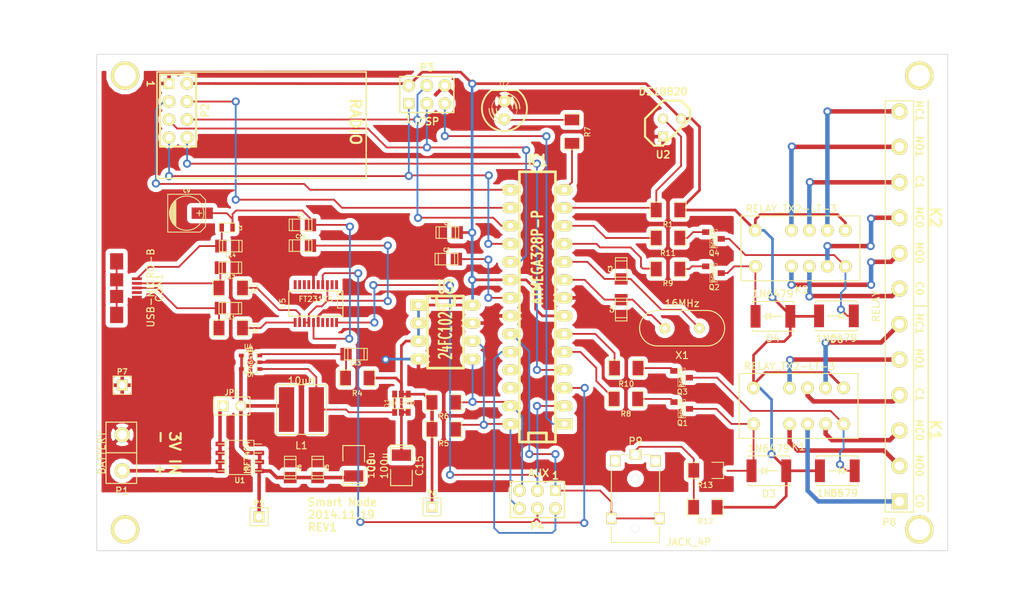
<source format=kicad_pcb>
(kicad_pcb (version 3) (host pcbnew "(2013-07-07 BZR 4022)-stable")
  (title_block (title "SMART THERMOSTAT") (rev 1) (comment 1 "Author: Leonardo Ricupero"))
  (layers (15 F.Cu signal) (0 B.Cu signal) (18 B.Paste user) (19 F.Paste user) (20 B.SilkS user) (21 F.SilkS user) (22 B.Mask user) (23 F.Mask user) (28 Edge.Cuts user))
  (net 0 "")
  (net 1 +3.3V)
  (net 2 +BATT)
  (net 3 /1WIRE_IO)
  (net 4 /ADC0)
  (net 5 /ADC1)
  (net 6 /FTDID+)
  (net 7 /FTDID-)
  (net 8 /LED)
  (net 9 /MISO)
  (net 10 /MOSI)
  (net 11 /RADIO_CE)
  (net 12 /RADIO_CSN)
  (net 13 /RADIO_IRQ)
  (net 14 /RL0_COM0)
  (net 15 /RL0_COM1)
  (net 16 /RL0_NC0)
  (net 17 /RL0_NC1)
  (net 18 /RL0_NO0)
  (net 19 /RL0_NO1)
  (net 20 /RL1_COM0)
  (net 21 /RL1_COM1)
  (net 22 /RL1_NC0)
  (net 23 /RL1_NC1)
  (net 24 /RL1_NO0)
  (net 25 /RL1_NO1)
  (net 26 /RLY0_RST)
  (net 27 /RLY0_SET)
  (net 28 /RLY1_RST)
  (net 29 /RLY1_SET)
  (net 30 /SCK)
  (net 31 /SCL)
  (net 32 /SDA)
  (net 33 /UART_RXD)
  (net 34 /UART_TXD)
  (net 35 /XTAL1)
  (net 36 /XTAL2)
  (net 37 /current_sensor-)
  (net 38 /~RST~)
  (net 39 GND)
  (net 40 N-0000013)
  (net 41 N-0000024)
  (net 42 N-0000025)
  (net 43 N-0000026)
  (net 44 N-0000040)
  (net 45 N-0000042)
  (net 46 N-0000044)
  (net 47 N-0000045)
  (net 48 N-0000056)
  (net 49 N-0000059)
  (net 50 N-0000066)
  (net 51 N-0000067)
  (net 52 N-0000068)
  (net 53 N-0000069)
  (net 54 N-0000070)
  (net 55 N-0000071)
  (net 56 N-0000072)
  (net 57 N-0000073)
  (net 58 USBVCC)
  (module POSCAP_TPG (layer F.Cu) (at 126.238 124.968 90)
    (fp_text reference C8 (at 0 2.54 90) (layer F.SilkS))
    (fp_text value 100u (at 0 2.413 90) (layer F.SilkS))
    (pad 1 smd rect (at -1.5 0 90) (size 1.6 2.7) (layers F.Cu F.Paste F.Mask) (net 2 +BATT))
    (pad 2 smd rect (at 1.5 0 90) (size 1.6 2.7) (layers F.Cu F.Paste F.Mask) (net 39 GND))
  )
  (module XTAL_THM (layer F.Cu) (at 172.55 105.625)
    (fp_text reference X1 (at 0 3.825) (layer F.SilkS))
    (fp_text value 16MHz (at 0 -3.5) (layer F.SilkS))
    (pad 2 thru_hole circle (at 2.44 0) (size 1.5 1.5) (drill 0.7) (layers *.Cu *.Mask F.SilkS) (net 36 /XTAL2))
    (pad 1 thru_hole circle (at -2.44 0) (size 1.5 1.5) (drill 0.7) (layers *.Cu *.Mask F.SilkS) (net 35 /XTAL1))
  )
  (module usb_micro_b (layer F.Cu) (at 94.4118 99.949 270)
    (fp_text reference CON1 (at -0.0254 -4.3942 270) (layer F.SilkS))
    (fp_text value USB-MICRO-B (at 0 -3.2 270) (layer F.SilkS))
    (pad 3 smd rect (at 0 -1.25 270) (size 0.4 1.4) (layers F.Cu F.Paste F.Mask) (net 45 N-0000042))
    (pad 4 smd rect (at 0.65 -1.25 270) (size 0.4 1.4) (layers F.Cu F.Paste F.Mask))
    (pad 5 smd rect (at 1.3 -1.25 270) (size 0.4 1.4) (layers F.Cu F.Paste F.Mask) (net 39 GND))
    (pad 2 smd rect (at -0.65 -1.25 270) (size 0.4 1.4) (layers F.Cu F.Paste F.Mask) (net 46 N-0000044))
    (pad 1 smd rect (at -1.3 -1.25 270) (size 0.4 1.4) (layers F.Cu F.Paste F.Mask) (net 44 N-0000040))
    (pad 8 smd rect (at 1.2 1.6 270) (size 1.85 1.85) (layers F.Cu F.Paste F.Mask) (net 40 N-0000013))
    (pad 7 smd rect (at -1.15 1.6 270) (size 1.85 1.85) (layers F.Cu F.Paste F.Mask) (net 40 N-0000013))
    (pad 9 smd rect (at 3.8 1.6 270) (size 2.3 1.85) (layers F.Cu F.Paste F.Mask) (net 40 N-0000013))
    (pad 6 smd rect (at -3.75 1.6 270) (size 2.3 1.85) (layers F.Cu F.Paste F.Mask) (net 40 N-0000013))
  )
  (module tx-lt-3 (layer F.Cu) (at 187.96 94.361)
    (fp_text reference K2 (at 1.4478 5.842) (layer F.SilkS))
    (fp_text value RELAY_TX2-LT-3 (at 0 -5.588) (layer F.SilkS))
    (pad 1 thru_hole circle (at -5.08 -2.54) (size 1.778 1.778) (drill 0.9906) (layers *.Cu *.Mask F.SilkS) (net 1 +3.3V))
    (pad 3 thru_hole circle (at 0 -2.54) (size 1.778 1.778) (drill 0.9906) (layers *.Cu *.Mask F.SilkS) (net 23 /RL1_NC1))
    (pad 4 thru_hole circle (at 2.54 -2.54) (size 1.778 1.778) (drill 0.9906) (layers *.Cu *.Mask F.SilkS) (net 21 /RL1_COM1))
    (pad 5 thru_hole circle (at 5.08 -2.54) (size 1.778 1.778) (drill 0.9906) (layers *.Cu *.Mask F.SilkS) (net 25 /RL1_NO1))
    (pad 6 thru_hole circle (at 7.62 -2.54) (size 1.778 1.778) (drill 0.9906) (layers *.Cu *.Mask F.SilkS) (net 1 +3.3V))
    (pad 7 thru_hole circle (at 7.62 2.54) (size 1.778 1.778) (drill 0.9906) (layers *.Cu *.Mask F.SilkS) (net 41 N-0000024))
    (pad 8 thru_hole circle (at 5.08 2.54) (size 1.778 1.778) (drill 0.9906) (layers *.Cu *.Mask F.SilkS) (net 24 /RL1_NO0))
    (pad 9 thru_hole circle (at 2.54 2.54) (size 1.778 1.778) (drill 0.9906) (layers *.Cu *.Mask F.SilkS) (net 20 /RL1_COM0))
    (pad 10 thru_hole circle (at 0 2.54) (size 1.778 1.778) (drill 0.9906) (layers *.Cu *.Mask F.SilkS) (net 22 /RL1_NC0))
    (pad 12 thru_hole circle (at -5.08 2.54) (size 1.778 1.778) (drill 0.9906) (layers *.Cu *.Mask F.SilkS) (net 43 N-0000026))
  )
  (module tx-lt-3 (layer F.Cu) (at 187.706 116.586)
    (fp_text reference K1 (at 1.27 5.7658) (layer F.SilkS))
    (fp_text value RELAY_TX2-LT-3 (at 0 -5.588) (layer F.SilkS))
    (pad 1 thru_hole circle (at -5.08 -2.54) (size 1.778 1.778) (drill 0.9906) (layers *.Cu *.Mask F.SilkS) (net 1 +3.3V))
    (pad 3 thru_hole circle (at 0 -2.54) (size 1.778 1.778) (drill 0.9906) (layers *.Cu *.Mask F.SilkS) (net 17 /RL0_NC1))
    (pad 4 thru_hole circle (at 2.54 -2.54) (size 1.778 1.778) (drill 0.9906) (layers *.Cu *.Mask F.SilkS) (net 15 /RL0_COM1))
    (pad 5 thru_hole circle (at 5.08 -2.54) (size 1.778 1.778) (drill 0.9906) (layers *.Cu *.Mask F.SilkS) (net 19 /RL0_NO1))
    (pad 6 thru_hole circle (at 7.62 -2.54) (size 1.778 1.778) (drill 0.9906) (layers *.Cu *.Mask F.SilkS) (net 1 +3.3V))
    (pad 7 thru_hole circle (at 7.62 2.54) (size 1.778 1.778) (drill 0.9906) (layers *.Cu *.Mask F.SilkS) (net 53 N-0000069))
    (pad 8 thru_hole circle (at 5.08 2.54) (size 1.778 1.778) (drill 0.9906) (layers *.Cu *.Mask F.SilkS) (net 18 /RL0_NO0))
    (pad 9 thru_hole circle (at 2.54 2.54) (size 1.778 1.778) (drill 0.9906) (layers *.Cu *.Mask F.SilkS) (net 14 /RL0_COM0))
    (pad 10 thru_hole circle (at 0 2.54) (size 1.778 1.778) (drill 0.9906) (layers *.Cu *.Mask F.SilkS) (net 16 /RL0_NC0))
    (pad 12 thru_hole circle (at -5.08 2.54) (size 1.778 1.778) (drill 0.9906) (layers *.Cu *.Mask F.SilkS) (net 42 N-0000025))
  )
  (module SSOP20 (layer F.Cu) (at 120.904 102.1588 180)
    (fp_text reference U5 (at 4.6736 0.0254 270) (layer F.SilkS) (effects (font (size 0.762 0.762) (thickness 0.127))))
    (fp_text value FT231XS (at 0 0.635 180) (layer F.SilkS) (effects (font (size 0.762 0.762) (thickness 0.127))))
    (pad 1 smd rect (at -2.921 2.667 180) (size 0.4064 1.27) (layers F.Cu F.Paste F.Mask))
    (pad 2 smd rect (at -2.286 2.667 180) (size 0.4064 1.27) (layers F.Cu F.Paste F.Mask))
    (pad 3 smd rect (at -1.6256 2.667 180) (size 0.4064 1.27) (layers F.Cu F.Paste F.Mask) (net 47 N-0000045))
    (pad 4 smd rect (at -0.9652 2.667 180) (size 0.4064 1.27) (layers F.Cu F.Paste F.Mask) (net 34 /UART_TXD))
    (pad 5 smd rect (at -0.3302 2.667 180) (size 0.4064 1.27) (layers F.Cu F.Paste F.Mask))
    (pad 6 smd rect (at 0.3302 2.667 180) (size 0.4064 1.27) (layers F.Cu F.Paste F.Mask) (net 39 GND))
    (pad 7 smd rect (at 0.9906 2.667 180) (size 0.4064 1.27) (layers F.Cu F.Paste F.Mask))
    (pad 8 smd rect (at 1.6256 2.667 180) (size 0.4064 1.27) (layers F.Cu F.Paste F.Mask))
    (pad 9 smd rect (at 2.286 2.667 180) (size 0.4064 1.27) (layers F.Cu F.Paste F.Mask))
    (pad 10 smd rect (at 2.921 2.667 180) (size 0.4064 1.27) (layers F.Cu F.Paste F.Mask))
    (pad 11 smd rect (at 2.921 -2.667 180) (size 0.4064 1.27) (layers F.Cu F.Paste F.Mask) (net 6 /FTDID+))
    (pad 12 smd rect (at 2.286 -2.667 180) (size 0.4064 1.27) (layers F.Cu F.Paste F.Mask) (net 7 /FTDID-))
    (pad 13 smd rect (at 1.6256 -2.667 180) (size 0.4064 1.27) (layers F.Cu F.Paste F.Mask) (net 47 N-0000045))
    (pad 14 smd rect (at 0.9906 -2.667 180) (size 0.4064 1.27) (layers F.Cu F.Paste F.Mask) (net 47 N-0000045))
    (pad 15 smd rect (at 0.3302 -2.667 180) (size 0.4064 1.27) (layers F.Cu F.Paste F.Mask) (net 58 USBVCC))
    (pad 16 smd rect (at -0.3302 -2.667 180) (size 0.4064 1.27) (layers F.Cu F.Paste F.Mask) (net 39 GND))
    (pad 17 smd rect (at -0.9652 -2.667 180) (size 0.4064 1.27) (layers F.Cu F.Paste F.Mask))
    (pad 18 smd rect (at -1.6256 -2.667 180) (size 0.4064 1.27) (layers F.Cu F.Paste F.Mask))
    (pad 19 smd rect (at -2.286 -2.667 180) (size 0.4064 1.27) (layers F.Cu F.Paste F.Mask))
    (pad 20 smd rect (at -2.921 -2.667 180) (size 0.4064 1.27) (layers F.Cu F.Paste F.Mask) (net 33 /UART_RXD))
  )
  (module SOT23_6 (layer F.Cu) (at 132.969 116.205 180)
    (fp_text reference D1 (at 1.99898 0 270) (layer F.SilkS) (effects (font (size 0.762 0.762) (thickness 0.0762))))
    (fp_text value ZHCS2000 (at 0.0635 0 180) (layer F.SilkS) (effects (font (size 0.50038 0.50038) (thickness 0.0762))))
    (pad 6 smd rect (at -0.9525 -1.27 180) (size 0.70104 1.00076) (layers F.Cu F.Paste F.Mask) (net 1 +3.3V))
    (pad 5 smd rect (at 0 -1.27 180) (size 0.70104 1.00076) (layers F.Cu F.Paste F.Mask) (net 1 +3.3V))
    (pad 4 smd rect (at 0.9525 -1.27 180) (size 0.70104 1.00076) (layers F.Cu F.Paste F.Mask) (net 51 N-0000067))
    (pad 3 smd rect (at 0.9525 1.27 180) (size 0.70104 1.00076) (layers F.Cu F.Paste F.Mask) (net 51 N-0000067))
    (pad 2 smd rect (at 0 1.27 180) (size 0.70104 1.00076) (layers F.Cu F.Paste F.Mask) (net 1 +3.3V))
    (pad 1 smd rect (at -0.9525 1.27 180) (size 0.70104 1.00076) (layers F.Cu F.Paste F.Mask) (net 1 +3.3V))
  )
  (module SOT23-5 (layer F.Cu) (at 111.6965 110.4265 90)
    (fp_text reference U4 (at 2.19964 -0.29972 180) (layer F.SilkS) (effects (font (size 0.635 0.635) (thickness 0.127))))
    (fp_text value SP6641B (at 0 0 90) (layer F.SilkS) (effects (font (size 0.635 0.635) (thickness 0.127))))
    (pad 1 smd rect (at -0.9525 1.27 90) (size 0.508 0.762) (layers F.Cu F.Paste F.Mask) (net 51 N-0000067))
    (pad 3 smd rect (at 0.9525 1.27 90) (size 0.508 0.762) (layers F.Cu F.Paste F.Mask) (net 50 N-0000066))
    (pad 5 smd rect (at -0.9525 -1.27 90) (size 0.508 0.762) (layers F.Cu F.Paste F.Mask) (net 2 +BATT))
    (pad 2 smd rect (at 0 1.27 90) (size 0.508 0.762) (layers F.Cu F.Paste F.Mask) (net 39 GND))
    (pad 4 smd rect (at 0.9525 -1.27 90) (size 0.508 0.762) (layers F.Cu F.Paste F.Mask) (net 2 +BATT))
  )
  (module SOT23 (layer F.Cu) (at 176.9745 97.8535 270)
    (fp_text reference Q2 (at 1.99898 -0.09906 360) (layer F.SilkS) (effects (font (size 0.762 0.762) (thickness 0.11938))))
    (fp_text value BCW33 (at 0.0635 0 270) (layer F.SilkS) (effects (font (size 0.50038 0.50038) (thickness 0.09906))))
    (pad 3 smd rect (at 0 -1.09982 270) (size 0.8001 1.00076) (layers F.Cu F.Paste F.Mask) (net 43 N-0000026))
    (pad 2 smd rect (at 0.9525 1.09982 270) (size 0.8001 1.00076) (layers F.Cu F.Paste F.Mask) (net 39 GND))
    (pad 1 smd rect (at -0.9525 1.09982 270) (size 0.8001 1.00076) (layers F.Cu F.Paste F.Mask) (net 54 N-0000070))
  )
  (module SOT23 (layer F.Cu) (at 176.9745 93.0275 270)
    (fp_text reference Q4 (at 1.99898 -0.09906 360) (layer F.SilkS) (effects (font (size 0.762 0.762) (thickness 0.11938))))
    (fp_text value BCW33 (at 0.0635 0 270) (layer F.SilkS) (effects (font (size 0.50038 0.50038) (thickness 0.09906))))
    (pad 3 smd rect (at 0 -1.09982 270) (size 0.8001 1.00076) (layers F.Cu F.Paste F.Mask) (net 41 N-0000024))
    (pad 2 smd rect (at 0.9525 1.09982 270) (size 0.8001 1.00076) (layers F.Cu F.Paste F.Mask) (net 39 GND))
    (pad 1 smd rect (at -0.9525 1.09982 270) (size 0.8001 1.00076) (layers F.Cu F.Paste F.Mask) (net 55 N-0000071))
  )
  (module SOT23 (layer F.Cu) (at 172.5 117 270)
    (fp_text reference Q1 (at 1.99898 -0.09906 360) (layer F.SilkS) (effects (font (size 0.762 0.762) (thickness 0.11938))))
    (fp_text value BCW33 (at 0.0635 0 270) (layer F.SilkS) (effects (font (size 0.50038 0.50038) (thickness 0.09906))))
    (pad 3 smd rect (at 0 -1.09982 270) (size 0.8001 1.00076) (layers F.Cu F.Paste F.Mask) (net 42 N-0000025))
    (pad 2 smd rect (at 0.9525 1.09982 270) (size 0.8001 1.00076) (layers F.Cu F.Paste F.Mask) (net 39 GND))
    (pad 1 smd rect (at -0.9525 1.09982 270) (size 0.8001 1.00076) (layers F.Cu F.Paste F.Mask) (net 57 N-0000073))
  )
  (module SOT23 (layer F.Cu) (at 172.475 112.6 270)
    (fp_text reference Q3 (at 1.99898 -0.09906 360) (layer F.SilkS) (effects (font (size 0.762 0.762) (thickness 0.11938))))
    (fp_text value BCW33 (at 0.0635 0 270) (layer F.SilkS) (effects (font (size 0.50038 0.50038) (thickness 0.09906))))
    (pad 3 smd rect (at 0 -1.09982 270) (size 0.8001 1.00076) (layers F.Cu F.Paste F.Mask) (net 53 N-0000069))
    (pad 2 smd rect (at 0.9525 1.09982 270) (size 0.8001 1.00076) (layers F.Cu F.Paste F.Mask) (net 39 GND))
    (pad 1 smd rect (at -0.9525 1.09982 270) (size 0.8001 1.00076) (layers F.Cu F.Paste F.Mask) (net 52 N-0000068))
  )
  (module so-8 (layer F.Cu) (at 110.1852 123.8504 90)
    (fp_text reference U1 (at -3.2258 0 180) (layer F.SilkS) (effects (font (size 0.7493 0.7493) (thickness 0.14986))))
    (fp_text value IRF7404 (at 0 1.016 90) (layer F.SilkS) (effects (font (size 0.7493 0.7493) (thickness 0.14986))))
    (pad 1 smd rect (at -1.905 2.794 90) (size 0.635 1.27) (layers F.Cu F.Paste F.Mask) (net 2 +BATT))
    (pad 2 smd rect (at -0.635 2.794 90) (size 0.635 1.27) (layers F.Cu F.Paste F.Mask) (net 2 +BATT))
    (pad 3 smd rect (at 0.635 2.794 90) (size 0.635 1.27) (layers F.Cu F.Paste F.Mask) (net 2 +BATT))
    (pad 4 smd rect (at 1.905 2.794 90) (size 0.635 1.27) (layers F.Cu F.Paste F.Mask) (net 39 GND))
    (pad 5 smd rect (at 1.905 -2.794 90) (size 0.635 1.27) (layers F.Cu F.Paste F.Mask) (net 49 N-0000059))
    (pad 6 smd rect (at 0.635 -2.794 90) (size 0.635 1.27) (layers F.Cu F.Paste F.Mask) (net 49 N-0000059))
    (pad 7 smd rect (at -0.635 -2.794 90) (size 0.635 1.27) (layers F.Cu F.Paste F.Mask) (net 49 N-0000059))
    (pad 8 smd rect (at -1.905 -2.794 90) (size 0.635 1.27) (layers F.Cu F.Paste F.Mask) (net 49 N-0000059))
  )
  (module SM1206 (layer F.Cu) (at 164.625 115.6)
    (fp_text reference R8 (at 0 2.1) (layer F.SilkS) (effects (font (size 0.762 0.762) (thickness 0.127))))
    (fp_text value 750 hide)
    (pad 1 smd rect (at -1.651 0) (size 1.524 2.032) (layers F.Cu F.Paste F.Mask) (net 27 /RLY0_SET))
    (pad 2 smd rect (at 1.651 0) (size 1.524 2.032) (layers F.Cu F.Paste F.Mask) (net 57 N-0000073))
  )
  (module SM1206 (layer F.Cu) (at 138.938 119.888)
    (fp_text reference R5 (at 0 1.9812) (layer F.SilkS) (effects (font (size 0.762 0.762) (thickness 0.127))))
    (fp_text value 4.7K hide)
    (pad 1 smd rect (at -1.651 0) (size 1.524 2.032) (layers F.Cu F.Paste F.Mask) (net 1 +3.3V))
    (pad 2 smd rect (at 1.651 0) (size 1.524 2.032) (layers F.Cu F.Paste F.Mask) (net 31 /SCL))
  )
  (module SM1206 (layer F.Cu) (at 138.938 116.078)
    (fp_text reference R6 (at 0 1.9558) (layer F.SilkS) (effects (font (size 0.762 0.762) (thickness 0.127))))
    (fp_text value 4.7K hide)
    (pad 1 smd rect (at -1.651 0) (size 1.524 2.032) (layers F.Cu F.Paste F.Mask) (net 1 +3.3V))
    (pad 2 smd rect (at 1.651 0) (size 1.524 2.032) (layers F.Cu F.Paste F.Mask) (net 32 /SDA))
  )
  (module SM1206 (layer F.Cu) (at 170.561 88.9635 180)
    (fp_text reference R1 (at 0 -2.0193 180) (layer F.SilkS) (effects (font (size 0.762 0.762) (thickness 0.127))))
    (fp_text value 4.7K hide)
    (pad 1 smd rect (at -1.651 0 180) (size 1.524 2.032) (layers F.Cu F.Paste F.Mask) (net 1 +3.3V))
    (pad 2 smd rect (at 1.651 0 180) (size 1.524 2.032) (layers F.Cu F.Paste F.Mask) (net 3 /1WIRE_IO))
  )
  (module SM1206 (layer F.Cu) (at 108.9025 105.6005 180)
    (fp_text reference R3 (at -3.5433 -0.0127 270) (layer F.SilkS) (effects (font (size 0.762 0.762) (thickness 0.127))))
    (fp_text value 27R hide)
    (pad 1 smd rect (at -1.651 0 180) (size 1.524 2.032) (layers F.Cu F.Paste F.Mask) (net 6 /FTDID+))
    (pad 2 smd rect (at 1.651 0 180) (size 1.524 2.032) (layers F.Cu F.Paste F.Mask) (net 45 N-0000042))
  )
  (module SM1206 (layer F.Cu) (at 170.561 92.9005)
    (fp_text reference R11 (at 0 2.1209) (layer F.SilkS) (effects (font (size 0.762 0.762) (thickness 0.127))))
    (fp_text value 750 hide)
    (pad 1 smd rect (at -1.651 0) (size 1.524 2.032) (layers F.Cu F.Paste F.Mask) (net 28 /RLY1_RST))
    (pad 2 smd rect (at 1.651 0) (size 1.524 2.032) (layers F.Cu F.Paste F.Mask) (net 55 N-0000071))
  )
  (module SM1206 (layer F.Cu) (at 170.561 97.282)
    (fp_text reference R9 (at 0 2.0066) (layer F.SilkS) (effects (font (size 0.762 0.762) (thickness 0.127))))
    (fp_text value 750 hide)
    (pad 1 smd rect (at -1.651 0) (size 1.524 2.032) (layers F.Cu F.Paste F.Mask) (net 29 /RLY1_SET))
    (pad 2 smd rect (at 1.651 0) (size 1.524 2.032) (layers F.Cu F.Paste F.Mask) (net 54 N-0000070))
  )
  (module SM1206 (layer F.Cu) (at 108.9025 99.949 180)
    (fp_text reference R2 (at -3.3909 0 270) (layer F.SilkS) (effects (font (size 0.762 0.762) (thickness 0.127))))
    (fp_text value 27R hide)
    (pad 1 smd rect (at -1.651 0 180) (size 1.524 2.032) (layers F.Cu F.Paste F.Mask) (net 7 /FTDID-))
    (pad 2 smd rect (at 1.651 0 180) (size 1.524 2.032) (layers F.Cu F.Paste F.Mask) (net 46 N-0000044))
  )
  (module SM1206 (layer F.Cu) (at 164.675 111.25)
    (fp_text reference R10 (at 0 2.225) (layer F.SilkS) (effects (font (size 0.762 0.762) (thickness 0.127))))
    (fp_text value 750 hide)
    (pad 1 smd rect (at -1.651 0) (size 1.524 2.032) (layers F.Cu F.Paste F.Mask) (net 26 /RLY0_RST))
    (pad 2 smd rect (at 1.651 0) (size 1.524 2.032) (layers F.Cu F.Paste F.Mask) (net 52 N-0000068))
  )
  (module SM1206 (layer F.Cu) (at 126.746 112.649)
    (fp_text reference R4 (at 0 2.159) (layer F.SilkS) (effects (font (size 0.762 0.762) (thickness 0.127))))
    (fp_text value 10R hide)
    (pad 1 smd rect (at -1.651 0) (size 1.524 2.032) (layers F.Cu F.Paste F.Mask) (net 50 N-0000066))
    (pad 2 smd rect (at 1.651 0) (size 1.524 2.032) (layers F.Cu F.Paste F.Mask) (net 1 +3.3V))
  )
  (module SM1206 (layer F.Cu) (at 157.0228 77.9018 90)
    (fp_text reference R7 (at -0.0381 2.1971 90) (layer F.SilkS) (effects (font (size 0.762 0.762) (thickness 0.127))))
    (fp_text value 120 hide)
    (pad 1 smd rect (at -1.651 0 90) (size 1.524 2.032) (layers F.Cu F.Paste F.Mask) (net 8 /LED))
    (pad 2 smd rect (at 1.651 0 90) (size 1.524 2.032) (layers F.Cu F.Paste F.Mask) (net 56 N-0000072))
  )
  (module SM0603 (layer F.Cu) (at 108.3945 91.44 180)
    (fp_text reference L2 (at -1.8161 -0.0254 270) (layer F.SilkS) (effects (font (size 0.508 0.4572) (thickness 0.1143))))
    (fp_text value BLM18PG471SN1 hide)
    (pad 1 smd rect (at -0.762 0 180) (size 0.635 1.143) (layers F.Cu F.Paste F.Mask) (net 58 USBVCC))
    (pad 2 smd rect (at 0.762 0 180) (size 0.635 1.143) (layers F.Cu F.Paste F.Mask) (net 44 N-0000040))
  )
  (module pin_array_4x2 (layer F.Cu) (at 101.473 74.93 270)
    (fp_text reference P2 (at 0 -3.81 270) (layer F.SilkS) (effects (font (size 1.016 1.016) (thickness 0.2032))))
    (fp_text value RADIO hide)
    (pad 1 thru_hole rect (at -3.81 1.27 270) (size 1.524 1.524) (drill 1.016) (layers *.Cu *.Mask F.SilkS) (net 39 GND))
    (pad 2 thru_hole circle (at -3.81 -1.27 270) (size 1.778 1.778) (drill 1.016) (layers *.Cu *.Mask F.SilkS) (net 1 +3.3V))
    (pad 3 thru_hole circle (at -1.27 1.27 270) (size 1.778 1.778) (drill 1.016) (layers *.Cu *.Mask F.SilkS) (net 11 /RADIO_CE))
    (pad 4 thru_hole circle (at -1.27 -1.27 270) (size 1.778 1.778) (drill 1.016) (layers *.Cu *.Mask F.SilkS) (net 12 /RADIO_CSN))
    (pad 5 thru_hole circle (at 1.27 1.27 270) (size 1.778 1.778) (drill 1.016) (layers *.Cu *.Mask F.SilkS) (net 30 /SCK))
    (pad 6 thru_hole circle (at 1.27 -1.27 270) (size 1.778 1.778) (drill 1.016) (layers *.Cu *.Mask F.SilkS) (net 10 /MOSI))
    (pad 7 thru_hole circle (at 3.81 1.27 270) (size 1.778 1.778) (drill 1.016) (layers *.Cu *.Mask F.SilkS) (net 9 /MISO))
    (pad 8 thru_hole circle (at 3.81 -1.27 270) (size 1.778 1.778) (drill 1.016) (layers *.Cu *.Mask F.SilkS) (net 13 /RADIO_IRQ))
  )
  (module pin_array_3x2 (layer F.Cu) (at 152.146 129.794 180)
    (fp_text reference P4 (at 0 -3.81 180) (layer F.SilkS) (effects (font (size 1.016 1.016) (thickness 0.2032))))
    (fp_text value AUX hide)
    (pad 1 thru_hole rect (at -2.54 1.27 180) (size 1.524 1.524) (drill 1.016) (layers *.Cu *.Mask F.SilkS) (net 4 /ADC0))
    (pad 2 thru_hole circle (at -2.54 -1.27 180) (size 1.778 1.778) (drill 1.016) (layers *.Cu *.Mask F.SilkS) (net 5 /ADC1))
    (pad 3 thru_hole circle (at 0 1.27 180) (size 1.778 1.778) (drill 1.016) (layers *.Cu *.Mask F.SilkS) (net 33 /UART_RXD))
    (pad 4 thru_hole circle (at 0 -1.27 180) (size 1.778 1.778) (drill 1.016) (layers *.Cu *.Mask F.SilkS) (net 34 /UART_TXD))
    (pad 5 thru_hole circle (at 2.54 1.27 180) (size 1.778 1.778) (drill 1.016) (layers *.Cu *.Mask F.SilkS) (net 32 /SDA))
    (pad 6 thru_hole circle (at 2.54 -1.27 180) (size 1.778 1.778) (drill 1.016) (layers *.Cu *.Mask F.SilkS) (net 31 /SCL))
  )
  (module pin_array_3x2 (layer F.Cu) (at 136.5504 72.6694)
    (fp_text reference P3 (at 0 -3.81) (layer F.SilkS) (effects (font (size 1.016 1.016) (thickness 0.2032))))
    (fp_text value ICSP hide)
    (pad 1 thru_hole rect (at -2.54 1.27) (size 1.524 1.524) (drill 1.016) (layers *.Cu *.Mask F.SilkS) (net 9 /MISO))
    (pad 2 thru_hole circle (at -2.54 -1.27) (size 1.778 1.778) (drill 1.016) (layers *.Cu *.Mask F.SilkS) (net 1 +3.3V))
    (pad 3 thru_hole circle (at 0 1.27) (size 1.778 1.778) (drill 1.016) (layers *.Cu *.Mask F.SilkS) (net 30 /SCK))
    (pad 4 thru_hole circle (at 0 -1.27) (size 1.778 1.778) (drill 1.016) (layers *.Cu *.Mask F.SilkS) (net 10 /MOSI))
    (pad 5 thru_hole circle (at 2.54 1.27) (size 1.778 1.778) (drill 1.016) (layers *.Cu *.Mask F.SilkS) (net 38 /~RST~))
    (pad 6 thru_hole circle (at 2.54 -1.27) (size 1.778 1.778) (drill 1.016) (layers *.Cu *.Mask F.SilkS) (net 39 GND))
  )
  (module PIN_ARRAY_2X1 (layer F.Cu) (at 109.0676 116.586)
    (fp_text reference JP1 (at 0 -1.905) (layer F.SilkS) (effects (font (size 0.762 0.762) (thickness 0.1524))))
    (fp_text value JUMPER hide)
    (pad 1 thru_hole rect (at -1.27 0) (size 1.524 1.524) (drill 1.016) (layers *.Cu *.Mask F.SilkS) (net 49 N-0000059))
    (pad 2 thru_hole circle (at 1.27 0) (size 1.524 1.524) (drill 1.016) (layers *.Cu *.Mask F.SilkS) (net 2 +BATT))
  )
  (module PIN_ARRAY_12X1_5MM (layer F.Cu) (at 203.2 102.5525 90)
    (fp_text reference P8 (at -30.4475 -1.45 180) (layer F.SilkS))
    (fp_text value RELAY (at 0 -3.302 90) (layer F.SilkS))
    (pad 7 thru_hole circle (at 2.5 0 90) (size 2.286 2.286) (drill 1.3208) (layers *.Cu *.Mask F.SilkS) (net 20 /RL1_COM0))
    (pad 8 thru_hole circle (at 7.5 0 90) (size 2.286 2.286) (drill 1.3208) (layers *.Cu *.Mask F.SilkS) (net 22 /RL1_NC0))
    (pad 9 thru_hole circle (at 12.5 0 90) (size 2.286 2.286) (drill 1.3208) (layers *.Cu *.Mask F.SilkS) (net 24 /RL1_NO0))
    (pad 10 thru_hole circle (at 17.5 0 90) (size 2.286 2.286) (drill 1.3208) (layers *.Cu *.Mask F.SilkS) (net 21 /RL1_COM1))
    (pad 11 thru_hole circle (at 22.5 0 90) (size 2.286 2.286) (drill 1.3208) (layers *.Cu *.Mask F.SilkS) (net 23 /RL1_NC1))
    (pad 6 thru_hole circle (at -2.5 0 90) (size 2.286 2.286) (drill 1.3208) (layers *.Cu *.Mask F.SilkS) (net 19 /RL0_NO1))
    (pad 5 thru_hole circle (at -7.5 0 90) (size 2.286 2.286) (drill 1.3208) (layers *.Cu *.Mask F.SilkS) (net 17 /RL0_NC1))
    (pad 4 thru_hole circle (at -12.5 0 90) (size 2.286 2.286) (drill 1.3208) (layers *.Cu *.Mask F.SilkS) (net 15 /RL0_COM1))
    (pad 3 thru_hole circle (at -17.5 0 90) (size 2.286 2.286) (drill 1.3208) (layers *.Cu *.Mask F.SilkS) (net 18 /RL0_NO0))
    (pad 2 thru_hole circle (at -22.5 0 90) (size 2.286 2.286) (drill 1.3208) (layers *.Cu *.Mask F.SilkS) (net 16 /RL0_NC0))
    (pad 12 thru_hole circle (at 27.5 0 90) (size 2.286 2.286) (drill 1.3208) (layers *.Cu *.Mask F.SilkS) (net 25 /RL1_NO1))
    (pad 1 thru_hole rect (at -27.5 0 90) (size 2.159 2.159) (drill 1.3208) (layers *.Cu *.Mask F.SilkS) (net 14 /RL0_COM0))
  )
  (module PIN_ARRAY_1 (layer F.Cu) (at 137.287 130.81)
    (fp_text reference P6 (at 0 -1.905) (layer F.SilkS) (effects (font (size 0.762 0.762) (thickness 0.1524))))
    (fp_text value 3V3 hide)
    (pad 1 thru_hole rect (at 0 0) (size 1.524 1.524) (drill 1.016) (layers *.Cu *.Mask F.SilkS) (net 1 +3.3V))
  )
  (module PIN_ARRAY_1 (layer F.Cu) (at 93.599 113.665)
    (fp_text reference P7 (at 0 -1.905) (layer F.SilkS) (effects (font (size 0.762 0.762) (thickness 0.1524))))
    (fp_text value GND hide)
    (pad 1 thru_hole rect (at 0 0) (size 1.524 1.524) (drill 1.016) (layers *.Cu *.Mask F.SilkS) (net 39 GND))
  )
  (module PIN_ARRAY_1 (layer F.Cu) (at 112.903 132.207)
    (fp_text reference P5 (at 0 -1.905) (layer F.SilkS) (effects (font (size 0.762 0.762) (thickness 0.1524))))
    (fp_text value BATT hide)
    (pad 1 thru_hole rect (at 0 0) (size 1.524 1.524) (drill 1.016) (layers *.Cu *.Mask F.SilkS) (net 2 +BATT))
  )
  (module LED-5MM (layer F.Cu) (at 147.4978 74.9046 90)
    (fp_text reference D2 (at 3.7592 -0.0127 180) (layer F.SilkS) (effects (font (size 0.762 0.762) (thickness 0.0889))))
    (fp_text value RED_LED hide)
    (pad 1 thru_hole circle (at -1.27 0 90) (size 1.6764 1.6764) (drill 0.8128) (layers *.Cu *.Mask F.SilkS) (net 56 N-0000072))
    (pad 2 thru_hole circle (at 1.27 0 90) (size 1.6764 1.6764) (drill 0.8128) (layers *.Cu *.Mask F.SilkS) (net 39 GND))
  )
  (module DO-213AB (layer F.Cu) (at 194.31 103.886 180)
    (fp_text reference D6 (at -0.0508 -3.302 180) (layer F.SilkS))
    (fp_text value 1N6479 (at 0 -3.15 180) (layer F.SilkS))
    (pad 1 smd rect (at -2.45 0 180) (size 1.4 3.2) (layers F.Cu F.Paste F.Mask) (net 41 N-0000024))
    (pad 2 smd rect (at 2.45 0 180) (size 1.4 3.2) (layers F.Cu F.Paste F.Mask) (net 1 +3.3V))
  )
  (module DO-213AB (layer F.Cu) (at 185.3565 103.9495)
    (fp_text reference D4 (at 0.0127 3.0861) (layer F.SilkS))
    (fp_text value 1N6479 (at 0 -3.15) (layer F.SilkS))
    (pad 1 smd rect (at -2.45 0) (size 1.4 3.2) (layers F.Cu F.Paste F.Mask) (net 43 N-0000026))
    (pad 2 smd rect (at 2.45 0) (size 1.4 3.2) (layers F.Cu F.Paste F.Mask) (net 1 +3.3V))
  )
  (module DO-213AB (layer F.Cu) (at 194.437 125.73 180)
    (fp_text reference D5 (at 0.0508 -3.175 180) (layer F.SilkS))
    (fp_text value 1N6479 (at 0 -3.15 180) (layer F.SilkS))
    (pad 1 smd rect (at -2.45 0 180) (size 1.4 3.2) (layers F.Cu F.Paste F.Mask) (net 53 N-0000069))
    (pad 2 smd rect (at 2.45 0 180) (size 1.4 3.2) (layers F.Cu F.Paste F.Mask) (net 1 +3.3V))
  )
  (module DO-213AB (layer F.Cu) (at 184.785 125.73)
    (fp_text reference D3 (at 0 3.2512) (layer F.SilkS))
    (fp_text value 1N6479 (at 0 -3.15) (layer F.SilkS))
    (pad 1 smd rect (at -2.45 0) (size 1.4 3.2) (layers F.Cu F.Paste F.Mask) (net 42 N-0000025))
    (pad 2 smd rect (at 2.45 0) (size 1.4 3.2) (layers F.Cu F.Paste F.Mask) (net 1 +3.3V))
  )
  (module DIP-8__300_ELL (layer F.Cu) (at 139.192 106.172 270)
    (fp_text reference U3 (at -6.35 0 360) (layer F.SilkS) (effects (font (size 1.778 1.143) (thickness 0.3048))))
    (fp_text value 24FC1025 (at 0 0 270) (layer F.SilkS) (effects (font (size 1.778 1.016) (thickness 0.3048))))
    (pad 1 thru_hole rect (at -3.81 3.81 270) (size 1.5748 2.286) (drill 0.8128) (layers *.Cu *.Mask F.SilkS) (net 1 +3.3V))
    (pad 2 thru_hole oval (at -1.27 3.81 270) (size 1.5748 2.286) (drill 0.8128) (layers *.Cu *.Mask F.SilkS) (net 1 +3.3V))
    (pad 3 thru_hole oval (at 1.27 3.81 270) (size 1.5748 2.286) (drill 0.8128) (layers *.Cu *.Mask F.SilkS) (net 1 +3.3V))
    (pad 4 thru_hole oval (at 3.81 3.81 270) (size 1.5748 2.286) (drill 0.8128) (layers *.Cu *.Mask F.SilkS) (net 39 GND))
    (pad 5 thru_hole oval (at 3.81 -3.81 270) (size 1.5748 2.286) (drill 0.8128) (layers *.Cu *.Mask F.SilkS) (net 32 /SDA))
    (pad 6 thru_hole oval (at 1.27 -3.81 270) (size 1.5748 2.286) (drill 0.8128) (layers *.Cu *.Mask F.SilkS) (net 31 /SCL))
    (pad 7 thru_hole oval (at -1.27 -3.81 270) (size 1.5748 2.286) (drill 0.8128) (layers *.Cu *.Mask F.SilkS) (net 39 GND))
    (pad 8 thru_hole oval (at -3.81 -3.81 270) (size 1.5748 2.286) (drill 0.8128) (layers *.Cu *.Mask F.SilkS) (net 1 +3.3V))
  )
  (module DIP-28__300_ELL (layer F.Cu) (at 152.146 102.616 90)
    (fp_text reference IC1 (at 20.6502 0.0254 180) (layer F.SilkS) (effects (font (size 1.524 1.143) (thickness 0.3048))))
    (fp_text value ATMEGA328P-P (at 6.985 0 90) (layer F.SilkS) (effects (font (size 1.524 1.143) (thickness 0.3048))))
    (pad 2 thru_hole oval (at -13.97 3.81 90) (size 1.5748 2.286) (drill 0.8128) (layers *.Cu *.Mask F.SilkS) (net 33 /UART_RXD))
    (pad 3 thru_hole oval (at -11.43 3.81 90) (size 1.5748 2.286) (drill 0.8128) (layers *.Cu *.Mask F.SilkS) (net 34 /UART_TXD))
    (pad 4 thru_hole oval (at -8.89 3.81 90) (size 1.5748 2.286) (drill 0.8128) (layers *.Cu *.Mask F.SilkS) (net 13 /RADIO_IRQ))
    (pad 5 thru_hole oval (at -6.35 3.81 90) (size 1.5748 2.286) (drill 0.8128) (layers *.Cu *.Mask F.SilkS) (net 27 /RLY0_SET))
    (pad 6 thru_hole oval (at -3.81 3.81 90) (size 1.5748 2.286) (drill 0.8128) (layers *.Cu *.Mask F.SilkS) (net 26 /RLY0_RST))
    (pad 7 thru_hole oval (at -1.27 3.81 90) (size 1.5748 2.286) (drill 0.8128) (layers *.Cu *.Mask F.SilkS) (net 1 +3.3V))
    (pad 8 thru_hole oval (at 1.27 3.81 90) (size 1.5748 2.286) (drill 0.8128) (layers *.Cu *.Mask F.SilkS) (net 39 GND))
    (pad 9 thru_hole oval (at 3.81 3.81 90) (size 1.5748 2.286) (drill 0.8128) (layers *.Cu *.Mask F.SilkS) (net 35 /XTAL1))
    (pad 10 thru_hole oval (at 6.35 3.81 90) (size 1.5748 2.286) (drill 0.8128) (layers *.Cu *.Mask F.SilkS) (net 36 /XTAL2))
    (pad 11 thru_hole oval (at 8.89 3.81 90) (size 1.5748 2.286) (drill 0.8128) (layers *.Cu *.Mask F.SilkS) (net 29 /RLY1_SET))
    (pad 12 thru_hole oval (at 11.43 3.81 90) (size 1.5748 2.286) (drill 0.8128) (layers *.Cu *.Mask F.SilkS) (net 28 /RLY1_RST))
    (pad 13 thru_hole oval (at 13.97 3.81 90) (size 1.5748 2.286) (drill 0.8128) (layers *.Cu *.Mask F.SilkS) (net 3 /1WIRE_IO))
    (pad 14 thru_hole oval (at 16.51 3.81 90) (size 1.5748 2.286) (drill 0.8128) (layers *.Cu *.Mask F.SilkS) (net 8 /LED))
    (pad 1 thru_hole rect (at -16.51 3.81 90) (size 1.5748 2.286) (drill 0.8128) (layers *.Cu *.Mask F.SilkS) (net 38 /~RST~))
    (pad 15 thru_hole oval (at 16.51 -3.81 90) (size 1.5748 2.286) (drill 0.8128) (layers *.Cu *.Mask F.SilkS) (net 11 /RADIO_CE))
    (pad 16 thru_hole oval (at 13.97 -3.81 90) (size 1.5748 2.286) (drill 0.8128) (layers *.Cu *.Mask F.SilkS) (net 12 /RADIO_CSN))
    (pad 17 thru_hole oval (at 11.43 -3.81 90) (size 1.5748 2.286) (drill 0.8128) (layers *.Cu *.Mask F.SilkS) (net 10 /MOSI))
    (pad 18 thru_hole oval (at 8.89 -3.81 90) (size 1.5748 2.286) (drill 0.8128) (layers *.Cu *.Mask F.SilkS) (net 9 /MISO))
    (pad 19 thru_hole oval (at 6.35 -3.81 90) (size 1.5748 2.286) (drill 0.8128) (layers *.Cu *.Mask F.SilkS) (net 30 /SCK))
    (pad 20 thru_hole oval (at 3.81 -3.81 90) (size 1.5748 2.286) (drill 0.8128) (layers *.Cu *.Mask F.SilkS) (net 1 +3.3V))
    (pad 21 thru_hole oval (at 1.27 -3.81 90) (size 1.5748 2.286) (drill 0.8128) (layers *.Cu *.Mask F.SilkS) (net 48 N-0000056))
    (pad 22 thru_hole oval (at -1.27 -3.81 90) (size 1.5748 2.286) (drill 0.8128) (layers *.Cu *.Mask F.SilkS) (net 39 GND))
    (pad 23 thru_hole oval (at -3.81 -3.81 90) (size 1.5748 2.286) (drill 0.8128) (layers *.Cu *.Mask F.SilkS) (net 4 /ADC0))
    (pad 24 thru_hole oval (at -6.35 -3.81 90) (size 1.5748 2.286) (drill 0.8128) (layers *.Cu *.Mask F.SilkS) (net 5 /ADC1))
    (pad 25 thru_hole oval (at -8.89 -3.81 90) (size 1.5748 2.286) (drill 0.8128) (layers *.Cu *.Mask F.SilkS))
    (pad 26 thru_hole oval (at -11.43 -3.81 90) (size 1.5748 2.286) (drill 0.8128) (layers *.Cu *.Mask F.SilkS))
    (pad 27 thru_hole oval (at -13.97 -3.81 90) (size 1.5748 2.286) (drill 0.8128) (layers *.Cu *.Mask F.SilkS) (net 32 /SDA))
    (pad 28 thru_hole oval (at -16.51 -3.81 90) (size 1.5748 2.286) (drill 0.8128) (layers *.Cu *.Mask F.SilkS) (net 31 /SCL))
  )
  (module CDRH5D28 (layer F.Cu) (at 118.872 117.094)
    (fp_text reference L1 (at 0 5.08) (layer F.SilkS))
    (fp_text value 10uH (at 0 -4.064) (layer F.SilkS))
    (pad 1 smd rect (at -2.1 0) (size 2.15 6.3) (layers F.Cu F.Paste F.Mask) (net 2 +BATT))
    (pad 2 smd rect (at 2.1 0) (size 2.15 6.3) (layers F.Cu F.Paste F.Mask) (net 51 N-0000067))
  )
  (module c_elec_5x5.3 (layer F.Cu) (at 102.6795 89.408)
    (fp_text reference C9 (at 0 -3.175) (layer F.SilkS) (effects (font (size 0.50038 0.50038) (thickness 0.11938))))
    (fp_text value 4.7uF hide)
    (pad 1 smd rect (at 2.19964 0) (size 2.99974 1.6002) (layers F.Cu F.Paste F.Mask) (net 58 USBVCC))
    (pad 2 smd rect (at -2.19964 0) (size 2.99974 1.6002) (layers F.Cu F.Paste F.Mask) (net 39 GND))
  )
  (module c_1206 (layer F.Cu) (at 163.957 97.282 270)
    (fp_text reference C3 (at -0.007 1.532 270) (layer F.SilkS) (effects (font (size 0.50038 0.50038) (thickness 0.11938))))
    (fp_text value 15p hide)
    (pad 1 smd rect (at 1.397 0 270) (size 1.6002 1.8034) (layers F.Cu F.Paste F.Mask) (net 36 /XTAL2))
    (pad 2 smd rect (at -1.397 0 270) (size 1.6002 1.8034) (layers F.Cu F.Paste F.Mask) (net 39 GND))
  )
  (module c_1206 (layer F.Cu) (at 163.957 102.997 90)
    (fp_text reference C4 (at 0.0254 -1.2954 90) (layer F.SilkS) (effects (font (size 0.50038 0.50038) (thickness 0.11938))))
    (fp_text value 15p hide)
    (pad 1 smd rect (at 1.397 0 90) (size 1.6002 1.8034) (layers F.Cu F.Paste F.Mask) (net 35 /XTAL1))
    (pad 2 smd rect (at -1.397 0 90) (size 1.6002 1.8034) (layers F.Cu F.Paste F.Mask) (net 39 GND))
  )
  (module c_1206 (layer F.Cu) (at 139.319 95.885)
    (fp_text reference C2 (at 0.0254 -1.2954) (layer F.SilkS) (effects (font (size 0.50038 0.50038) (thickness 0.11938))))
    (fp_text value 100n hide)
    (pad 1 smd rect (at 1.397 0) (size 1.6002 1.8034) (layers F.Cu F.Paste F.Mask) (net 48 N-0000056))
    (pad 2 smd rect (at -1.397 0) (size 1.6002 1.8034) (layers F.Cu F.Paste F.Mask) (net 39 GND))
  )
  (module c_1206 (layer F.Cu) (at 126.5555 109.2835 180)
    (fp_text reference C13 (at 0.0254 -1.2954 180) (layer F.SilkS) (effects (font (size 0.50038 0.50038) (thickness 0.11938))))
    (fp_text value 1u hide)
    (pad 1 smd rect (at 1.397 0 180) (size 1.6002 1.8034) (layers F.Cu F.Paste F.Mask) (net 50 N-0000066))
    (pad 2 smd rect (at -1.397 0 180) (size 1.6002 1.8034) (layers F.Cu F.Paste F.Mask) (net 39 GND))
  )
  (module c_1206 (layer F.Cu) (at 118.745 91.059)
    (fp_text reference C7 (at 0.0254 -1.2954) (layer F.SilkS) (effects (font (size 0.50038 0.50038) (thickness 0.11938))))
    (fp_text value 100nF hide)
    (pad 1 smd rect (at 1.397 0) (size 1.6002 1.8034) (layers F.Cu F.Paste F.Mask) (net 58 USBVCC))
    (pad 2 smd rect (at -1.397 0) (size 1.6002 1.8034) (layers F.Cu F.Paste F.Mask) (net 39 GND))
  )
  (module c_1206 (layer F.Cu) (at 118.745 93.98)
    (fp_text reference C10 (at 0.0254 -1.2954) (layer F.SilkS) (effects (font (size 0.50038 0.50038) (thickness 0.11938))))
    (fp_text value 100nF hide)
    (pad 1 smd rect (at 1.397 0) (size 1.6002 1.8034) (layers F.Cu F.Paste F.Mask) (net 47 N-0000045))
    (pad 2 smd rect (at -1.397 0) (size 1.6002 1.8034) (layers F.Cu F.Paste F.Mask) (net 39 GND))
  )
  (module c_1206 (layer F.Cu) (at 108.9025 94.0435 180)
    (fp_text reference C14 (at 0.0254 -1.2954 180) (layer F.SilkS) (effects (font (size 0.50038 0.50038) (thickness 0.11938))))
    (fp_text value 10nF hide)
    (pad 1 smd rect (at 1.397 0 180) (size 1.6002 1.8034) (layers F.Cu F.Paste F.Mask) (net 44 N-0000040))
    (pad 2 smd rect (at -1.397 0 180) (size 1.6002 1.8034) (layers F.Cu F.Paste F.Mask) (net 39 GND))
  )
  (module c_1206 (layer F.Cu) (at 108.839 97.0915 180)
    (fp_text reference C12 (at 0.0254 -1.2954 180) (layer F.SilkS) (effects (font (size 0.50038 0.50038) (thickness 0.11938))))
    (fp_text value 47pF hide)
    (pad 1 smd rect (at 1.397 0 180) (size 1.6002 1.8034) (layers F.Cu F.Paste F.Mask) (net 46 N-0000044))
    (pad 2 smd rect (at -1.397 0 180) (size 1.6002 1.8034) (layers F.Cu F.Paste F.Mask) (net 39 GND))
  )
  (module c_1206 (layer F.Cu) (at 108.839 102.8065 180)
    (fp_text reference C11 (at 0.0254 -1.2954 180) (layer F.SilkS) (effects (font (size 0.50038 0.50038) (thickness 0.11938))))
    (fp_text value 47pF hide)
    (pad 1 smd rect (at 1.397 0 180) (size 1.6002 1.8034) (layers F.Cu F.Paste F.Mask) (net 45 N-0000042))
    (pad 2 smd rect (at -1.397 0 180) (size 1.6002 1.8034) (layers F.Cu F.Paste F.Mask) (net 39 GND))
  )
  (module c_1206 (layer F.Cu) (at 121.158 125.2855 270)
    (fp_text reference C5 (at 0.0254 -1.2954 270) (layer F.SilkS) (effects (font (size 0.50038 0.50038) (thickness 0.11938))))
    (fp_text value 1u hide)
    (pad 1 smd rect (at 1.397 0 270) (size 1.6002 1.8034) (layers F.Cu F.Paste F.Mask) (net 2 +BATT))
    (pad 2 smd rect (at -1.397 0 270) (size 1.6002 1.8034) (layers F.Cu F.Paste F.Mask) (net 39 GND))
  )
  (module c_1206 (layer F.Cu) (at 117.2845 125.2855 270)
    (fp_text reference C6 (at 0.0254 -1.2954 270) (layer F.SilkS) (effects (font (size 0.50038 0.50038) (thickness 0.11938))))
    (fp_text value 100n hide)
    (pad 1 smd rect (at 1.397 0 270) (size 1.6002 1.8034) (layers F.Cu F.Paste F.Mask) (net 2 +BATT))
    (pad 2 smd rect (at -1.397 0 270) (size 1.6002 1.8034) (layers F.Cu F.Paste F.Mask) (net 39 GND))
  )
  (module c_1206 (layer F.Cu) (at 139.446 92.1385)
    (fp_text reference C1 (at 0.0254 -1.2954) (layer F.SilkS) (effects (font (size 0.50038 0.50038) (thickness 0.11938))))
    (fp_text value 100n hide)
    (pad 1 smd rect (at 1.397 0) (size 1.6002 1.8034) (layers F.Cu F.Paste F.Mask) (net 1 +3.3V))
    (pad 2 smd rect (at -1.397 0) (size 1.6002 1.8034) (layers F.Cu F.Paste F.Mask) (net 39 GND))
  )
  (module 2PIN_508 (layer F.Cu) (at 93.599 123.19 90)
    (fp_text reference P1 (at -5.3848 -0.0254 180) (layer F.SilkS))
    (fp_text value BATTERY (at 0 -2.9 90) (layer F.SilkS))
    (pad 1 thru_hole circle (at -2.54 0 90) (size 2.159 2.159) (drill 1.3208) (layers *.Cu *.Mask F.SilkS) (net 49 N-0000059))
    (pad 2 thru_hole circle (at 2.54 0 90) (size 2.159 2.159) (drill 1.3208) (layers *.Cu *.Mask F.SilkS) (net 39 GND))
  )
  (module POSCAP_TPG (layer F.Cu) (at 132.969 125.0315 270)
    (fp_text reference C15 (at 0 -2.54 270) (layer F.SilkS))
    (fp_text value 100u (at 0 2.413 270) (layer F.SilkS))
    (pad 1 smd rect (at -1.5 0 270) (size 1.6 2.7) (layers F.Cu F.Paste F.Mask) (net 1 +3.3V))
    (pad 2 smd rect (at 1.5 0 270) (size 1.6 2.7) (layers F.Cu F.Paste F.Mask) (net 39 GND))
  )
  (module HOLE_M3 (layer F.Cu) (at 94 70)
    (fp_text reference HOLE_M3 hide)
    (fp_text value VAL** hide)
    (pad "" thru_hole circle (at 0 0) (size 4 4) (drill 3) (layers *.Cu *.Mask F.SilkS))
  )
  (module HOLE_M3 (layer F.Cu) (at 206 70)
    (fp_text reference HOLE_M3 hide)
    (fp_text value VAL** hide)
    (pad "" thru_hole circle (at 0 0) (size 4 4) (drill 3) (layers *.Cu *.Mask F.SilkS))
  )
  (module HOLE_M3 (layer F.Cu) (at 206 134)
    (fp_text reference HOLE_M3 hide)
    (fp_text value VAL** hide)
    (pad "" thru_hole circle (at 0 0) (size 4 4) (drill 3) (layers *.Cu *.Mask F.SilkS))
  )
  (module HOLE_M3 (layer F.Cu) (at 94 134)
    (fp_text reference HOLE_M3 hide)
    (fp_text value VAL** hide)
    (pad "" thru_hole circle (at 0 0) (size 4 4) (drill 3) (layers *.Cu *.Mask F.SilkS))
  )
  (module SM1206 (layer F.Cu) (at 175.85 125.675)
    (fp_text reference R13 (at -0.05 2.075) (layer F.SilkS) (effects (font (size 0.762 0.762) (thickness 0.127))))
    (fp_text value 470K hide)
    (pad 1 smd rect (at -1.651 0) (size 1.524 2.032) (layers F.Cu F.Paste F.Mask) (net 37 /current_sensor-))
    (pad 2 smd rect (at 1.651 0) (size 1.524 2.032) (layers F.Cu F.Paste F.Mask) (net 39 GND))
  )
  (module SM1206 (layer F.Cu) (at 175.825 130.875 180)
    (fp_text reference R12 (at -0.025 -1.975 180) (layer F.SilkS) (effects (font (size 0.762 0.762) (thickness 0.127))))
    (fp_text value 470K hide)
    (pad 1 smd rect (at -1.651 0 180) (size 1.524 2.032) (layers F.Cu F.Paste F.Mask) (net 1 +3.3V))
    (pad 2 smd rect (at 1.651 0 180) (size 1.524 2.032) (layers F.Cu F.Paste F.Mask) (net 37 /current_sensor-))
  )
  (module JACK_4P (layer F.Cu) (at 165.975 129.65 180)
    (fp_text reference P9 (at 0 8.1 180) (layer F.SilkS))
    (fp_text value JACK_4P (at -7.5 -6.125 180) (layer F.SilkS))
    (pad "" thru_hole circle (at 0 -4.2 180) (size 1.1 1.1) (drill 1.1) (layers *.Cu *.Mask F.SilkS))
    (pad "" thru_hole circle (at 0 2.8 180) (size 1.1 1.1) (drill 1.1) (layers *.Cu *.Mask F.SilkS))
    (pad 3T thru_hole rect (at 3.4 -2.8 180) (size 1.4 1.6) (drill 1.2) (layers *.Cu *.Mask F.SilkS) (net 4 /ADC0))
    (pad 3T thru_hole rect (at -3.4 -2.8 180) (size 1.4 1.6) (drill 1.2) (layers *.Cu *.Mask F.SilkS) (net 4 /ADC0))
    (pad 1S thru_hole rect (at 0 6.2 180) (size 1.6 1.4) (drill 1.2) (layers *.Cu *.Mask F.SilkS) (net 37 /current_sensor-))
    (pad 2R thru_hole rect (at -2.85 5.3 180) (size 1.4 1.6) (drill 1.2) (layers *.Cu *.Mask F.SilkS))
    (pad 6SR thru_hole rect (at 2.85 5.35 180) (size 1.4 1.6) (drill 1.2) (layers *.Cu *.Mask F.SilkS))
  )
  (module TO92-INVERT (layer F.Cu) (at 171.1325 77.343)
    (fp_text reference U2 (at -1.27 3.81) (layer F.SilkS) (effects (font (size 1.016 1.016) (thickness 0.2032))))
    (fp_text value DS18B20 (at -1.27 -5.08) (layer F.SilkS) (effects (font (size 1.016 1.016) (thickness 0.2032))))
    (pad 1 thru_hole rect (at -1.27 1.27) (size 1.397 1.397) (drill 0.8128) (layers *.Cu *.Mask F.SilkS) (net 39 GND))
    (pad 2 thru_hole circle (at -1.27 -1.27) (size 1.397 1.397) (drill 0.8128) (layers *.Cu *.Mask F.SilkS) (net 3 /1WIRE_IO))
    (pad 3 thru_hole circle (at 1.27 -1.27) (size 1.397 1.397) (drill 0.8128) (layers *.Cu *.Mask F.SilkS) (net 1 +3.3V))
  )
  (gr_text 1 (at 154.686 126.4158) (layer F.SilkS) (effects (font (size 1.016 1.016) (thickness 0.2032))))
  (gr_text AUX (at 152.3238 126.0602) (layer F.SilkS) (effects (font (size 1.016 1.016) (thickness 0.2032))))
  (gr_text 1 (at 97.5868 71.1708 270) (layer F.SilkS) (effects (font (size 1.016 1.016) (thickness 0.2032))))
  (gr_text 1 (at 133.9342 76.1492) (layer F.SilkS) (effects (font (size 1.016 1.016) (thickness 0.2032))))
  (gr_text ICSP (at 136.5504 76.4794) (layer F.SilkS) (effects (font (size 1.016 1.016) (thickness 0.2032))))
  (gr_text "Smart Node\n2014.11.19\nREV1" (at 119.65 131.925) (layer F.SilkS) (effects (font (size 1.1 1.1) (thickness 0.2)) (justify left)))
  (gr_text K1 (at 208.25 120 270) (layer F.SilkS) (effects (font (size 1.5 1.5) (thickness 0.3))))
  (gr_text K2 (at 208.25 90 270) (layer F.SilkS) (effects (font (size 1.5 1.5) (thickness 0.3))))
  (gr_line (start 207.25 102.5) (end 207.25 131.5) (angle 90) (layer F.SilkS) (width 0.2))
  (gr_line (start 207.25 102.5) (end 207.25 73.5) (angle 90) (layer F.SilkS) (width 0.2))
  (gr_line (start 205.25 102.5) (end 207.25 102.5) (angle 90) (layer F.SilkS) (width 0.2))
  (gr_text NO1 (at 206 110 270) (layer F.SilkS) (effects (font (size 1 1) (thickness 0.2))))
  (gr_text C1 (at 206 115 270) (layer F.SilkS) (effects (font (size 1 1) (thickness 0.2))))
  (gr_text C0 (at 206 130 270) (layer F.SilkS) (effects (font (size 1 1) (thickness 0.2))))
  (gr_text NC0 (at 206 120 270) (layer F.SilkS) (effects (font (size 1 1) (thickness 0.2))))
  (gr_text NO0 (at 206 125 270) (layer F.SilkS) (effects (font (size 1 1) (thickness 0.2))))
  (gr_text NC1 (at 206 105 270) (layer F.SilkS) (effects (font (size 1 1) (thickness 0.2))))
  (gr_text NO0 (at 206 95 270) (layer F.SilkS) (effects (font (size 1 1) (thickness 0.2))))
  (gr_text NC0 (at 206 90 270) (layer F.SilkS) (effects (font (size 1 1) (thickness 0.2))))
  (gr_text C0 (at 206 100 270) (layer F.SilkS) (effects (font (size 1 1) (thickness 0.2))))
  (gr_text C1 (at 206 85 270) (layer F.SilkS) (effects (font (size 1 1) (thickness 0.2))))
  (gr_text NO1 (at 206 80 270) (layer F.SilkS) (effects (font (size 1 1) (thickness 0.2))))
  (gr_text NC1 (at 206 75 270) (layer F.SilkS) (effects (font (size 1 1) (thickness 0.2))))
  (gr_text - (at 98.905 120.9746 90) (layer F.SilkS) (effects (font (size 1.5 1.5) (thickness 0.3))))
  (gr_text + (at 98.905 125.4746) (layer F.SilkS) (effects (font (size 1.5 1.5) (thickness 0.3))))
  (gr_text "3V IN" (at 101.0158 123.2662 270) (layer F.SilkS) (effects (font (size 1.5 1.5) (thickness 0.3))))
  (gr_text RADIO (at 126.5 76.5 270) (layer F.SilkS) (effects (font (size 1.5 1.5) (thickness 0.3))))
  (gr_line (start 98.5 84.5) (end 98.5 69.5) (angle 90) (layer F.SilkS) (width 0.2))
  (gr_line (start 128 84.5) (end 98.5 84.5) (angle 90) (layer F.SilkS) (width 0.2))
  (gr_line (start 128 69.5) (end 128 84.5) (angle 90) (layer F.SilkS) (width 0.2))
  (gr_line (start 98.5 69.5) (end 128 69.5) (angle 90) (layer F.SilkS) (width 0.2))
  (gr_line (start 90 137) (end 90 67) (angle 90) (layer Edge.Cuts) (width 0.1))
  (gr_line (start 210 137) (end 90 137) (angle 90) (layer Edge.Cuts) (width 0.1))
  (gr_line (start 210 67) (end 210 137) (angle 90) (layer Edge.Cuts) (width 0.1))
  (gr_line (start 90 67) (end 210 67) (angle 90) (layer Edge.Cuts) (width 0.1))
  (segment (start 177.476 130.875) (end 185.65 130.875) (width 0.381) (layer F.Cu) (net 1))
  (segment (start 187.235 129.29) (end 187.235 125.73) (width 0.381) (layer F.Cu) (net 1))
  (segment (start 185.65 130.875) (end 187.235 129.29) (width 0.381) (layer F.Cu) (net 1))
  (segment (start 141.3256 69.5198) (end 135.89 69.5198) (width 0.381) (layer F.Cu) (net 1))
  (segment (start 142.9512 71.1454) (end 141.3256 69.5198) (width 0.381) (layer F.Cu) (net 1))
  (segment (start 135.89 69.5198) (end 134.0104 71.3994) (width 0.381) (layer F.Cu) (net 1))
  (segment (start 167.4622 71.1454) (end 142.9512 71.1454) (width 0.381) (layer F.Cu) (net 1))
  (segment (start 142.9385 73.66) (end 142.9385 71.1581) (width 0.381) (layer B.Cu) (net 1))
  (segment (start 142.9385 71.1581) (end 142.9512 71.1454) (width 0.381) (layer B.Cu) (net 1))
  (via (at 142.9512 71.1454) (size 1.143) (layers F.Cu B.Cu) (net 1))
  (segment (start 142.9385 92.1385) (end 142.9385 73.66) (width 0.381) (layer B.Cu) (net 1))
  (segment (start 135.382 107.442) (end 133.604 107.442) (width 0.381) (layer F.Cu) (net 1))
  (segment (start 132.969 108.077) (end 132.969 114.935) (width 0.381) (layer F.Cu) (net 1))
  (segment (start 133.604 107.442) (end 132.969 108.077) (width 0.381) (layer F.Cu) (net 1))
  (segment (start 128.397 112.649) (end 132.207 112.649) (width 0.381) (layer F.Cu) (net 1))
  (segment (start 132.207 112.649) (end 132.969 113.411) (width 0.381) (layer F.Cu) (net 1))
  (segment (start 132.969 113.411) (end 132.969 114.935) (width 0.381) (layer F.Cu) (net 1))
  (segment (start 182.626 114.046) (end 183.515 114.046) (width 0.381) (layer B.Cu) (net 1))
  (segment (start 187.235 125.4495) (end 187.235 125.73) (width 0.381) (layer F.Cu) (net 1))
  (segment (start 185.166 123.3805) (end 187.235 125.4495) (width 0.381) (layer F.Cu) (net 1))
  (via (at 185.166 123.3805) (size 1.143) (layers F.Cu B.Cu) (net 1))
  (segment (start 185.166 115.697) (end 185.166 123.3805) (width 0.381) (layer B.Cu) (net 1))
  (segment (start 183.515 114.046) (end 185.166 115.697) (width 0.381) (layer B.Cu) (net 1))
  (segment (start 182.626 114.046) (end 182.626 113.538) (width 0.381) (layer F.Cu) (net 1))
  (segment (start 193.167 111.887) (end 195.326 114.046) (width 0.381) (layer F.Cu) (net 1))
  (segment (start 184.277 111.887) (end 193.167 111.887) (width 0.381) (layer F.Cu) (net 1))
  (segment (start 182.626 113.538) (end 184.277 111.887) (width 0.381) (layer F.Cu) (net 1))
  (segment (start 187.8065 103.9495) (end 187.8065 106.643) (width 0.381) (layer F.Cu) (net 1))
  (segment (start 182.626 109.4105) (end 182.626 114.046) (width 0.381) (layer F.Cu) (net 1))
  (segment (start 184.531 107.5055) (end 182.626 109.4105) (width 0.381) (layer F.Cu) (net 1))
  (segment (start 186.944 107.5055) (end 184.531 107.5055) (width 0.381) (layer F.Cu) (net 1))
  (segment (start 187.8065 106.643) (end 186.944 107.5055) (width 0.381) (layer F.Cu) (net 1))
  (segment (start 187.235 125.73) (end 191.987 125.73) (width 0.381) (layer F.Cu) (net 1))
  (segment (start 187.8065 103.9495) (end 191.7965 103.9495) (width 0.381) (layer F.Cu) (net 1))
  (segment (start 191.7965 103.9495) (end 191.86 103.886) (width 0.381) (layer F.Cu) (net 1))
  (segment (start 182.88 91.821) (end 184.0865 91.821) (width 0.381) (layer B.Cu) (net 1))
  (segment (start 187.8065 103.796) (end 187.8065 103.9495) (width 0.381) (layer F.Cu) (net 1))
  (segment (start 185.293 101.2825) (end 187.8065 103.796) (width 0.381) (layer F.Cu) (net 1))
  (via (at 185.293 101.2825) (size 1.143) (layers F.Cu B.Cu) (net 1))
  (segment (start 185.293 93.0275) (end 185.293 101.2825) (width 0.381) (layer B.Cu) (net 1))
  (segment (start 184.0865 91.821) (end 185.293 93.0275) (width 0.381) (layer B.Cu) (net 1))
  (segment (start 182.88 91.821) (end 182.88 90.297) (width 0.381) (layer F.Cu) (net 1))
  (segment (start 195.58 90.7415) (end 195.58 91.821) (width 0.381) (layer F.Cu) (net 1))
  (segment (start 194.437 89.5985) (end 195.58 90.7415) (width 0.381) (layer F.Cu) (net 1))
  (segment (start 183.5785 89.5985) (end 194.437 89.5985) (width 0.381) (layer F.Cu) (net 1))
  (segment (start 182.88 90.297) (end 183.5785 89.5985) (width 0.381) (layer F.Cu) (net 1))
  (segment (start 172.212 88.9635) (end 180.0225 88.9635) (width 0.381) (layer F.Cu) (net 1))
  (segment (start 180.0225 88.9635) (end 182.88 91.821) (width 0.381) (layer F.Cu) (net 1))
  (segment (start 175.006 86.1695) (end 172.212 88.9635) (width 0.381) (layer F.Cu) (net 1))
  (segment (start 175.006 77.216) (end 175.006 86.1695) (width 0.381) (layer F.Cu) (net 1))
  (segment (start 148.336 98.806) (end 150.5585 98.806) (width 0.381) (layer F.Cu) (net 1))
  (segment (start 152.8445 103.886) (end 155.956 103.886) (width 0.381) (layer F.Cu) (net 1))
  (segment (start 151.892 102.9335) (end 152.8445 103.886) (width 0.381) (layer F.Cu) (net 1))
  (segment (start 151.892 100.1395) (end 151.892 102.9335) (width 0.381) (layer F.Cu) (net 1))
  (segment (start 150.5585 98.806) (end 151.892 100.1395) (width 0.381) (layer F.Cu) (net 1))
  (segment (start 102.743 71.12) (end 133.7564 71.1454) (width 0.381) (layer F.Cu) (net 1))
  (segment (start 133.7564 71.1454) (end 134.0104 71.3994) (width 0.381) (layer F.Cu) (net 1))
  (segment (start 142.9385 98.806) (end 142.9385 92.1385) (width 0.381) (layer B.Cu) (net 1))
  (segment (start 142.9385 92.1385) (end 140.843 92.1385) (width 0.381) (layer F.Cu) (net 1))
  (via (at 142.9385 92.1385) (size 1.143) (layers F.Cu B.Cu) (net 1))
  (segment (start 143.002 102.362) (end 143.002 98.8695) (width 0.381) (layer B.Cu) (net 1))
  (segment (start 142.9385 98.806) (end 148.336 98.806) (width 0.381) (layer F.Cu) (net 1))
  (via (at 142.9385 98.806) (size 1.143) (layers F.Cu B.Cu) (net 1))
  (segment (start 143.002 98.8695) (end 142.9385 98.806) (width 0.381) (layer B.Cu) (net 1))
  (segment (start 135.382 102.362) (end 143.002 102.362) (width 0.381) (layer F.Cu) (net 1))
  (segment (start 135.382 104.902) (end 135.382 102.362) (width 0.381) (layer B.Cu) (net 1))
  (segment (start 135.382 107.442) (end 135.382 104.902) (width 0.381) (layer B.Cu) (net 1))
  (segment (start 137.287 130.81) (end 137.287 119.888) (width 0.381) (layer F.Cu) (net 1))
  (segment (start 132.969 114.935) (end 132.969 117.475) (width 0.381) (layer F.Cu) (net 1))
  (segment (start 133.9215 114.935) (end 136.144 114.935) (width 0.381) (layer F.Cu) (net 1))
  (segment (start 136.144 114.935) (end 137.287 116.078) (width 0.381) (layer F.Cu) (net 1))
  (segment (start 132.969 114.935) (end 133.9215 114.935) (width 0.381) (layer F.Cu) (net 1))
  (segment (start 132.969 117.475) (end 133.9215 117.475) (width 0.381) (layer F.Cu) (net 1))
  (segment (start 132.969 117.475) (end 132.969 123.5315) (width 0.381) (layer F.Cu) (net 1))
  (segment (start 137.287 119.888) (end 137.287 116.078) (width 0.508) (layer F.Cu) (net 1))
  (segment (start 169.3545 73.025) (end 169.3418 73.025) (width 0.381) (layer F.Cu) (net 1))
  (segment (start 169.3418 73.025) (end 167.4622 71.1454) (width 0.381) (layer F.Cu) (net 1))
  (segment (start 173.863 76.073) (end 175.006 77.216) (width 0.381) (layer F.Cu) (net 1))
  (segment (start 172.4025 76.073) (end 169.3545 73.025) (width 0.381) (layer F.Cu) (net 1))
  (segment (start 172.4025 76.073) (end 173.863 76.073) (width 0.381) (layer F.Cu) (net 1))
  (segment (start 110.4265 109.474) (end 110.4265 111.379) (width 0.381) (layer F.Cu) (net 2))
  (segment (start 110.3376 116.586) (end 110.3376 111.4679) (width 0.508) (layer F.Cu) (net 2))
  (segment (start 110.3376 111.4679) (end 110.4265 111.379) (width 0.508) (layer F.Cu) (net 2))
  (segment (start 110.3376 116.586) (end 116.264 116.586) (width 0.508) (layer F.Cu) (net 2))
  (segment (start 116.264 116.586) (end 116.772 117.094) (width 0.508) (layer F.Cu) (net 2))
  (segment (start 121.158 126.6825) (end 126.0235 126.6825) (width 0.508) (layer F.Cu) (net 2))
  (segment (start 126.0235 126.6825) (end 126.238 126.468) (width 0.508) (layer F.Cu) (net 2))
  (segment (start 117.2845 126.6825) (end 121.158 126.6825) (width 0.508) (layer F.Cu) (net 2))
  (segment (start 112.9792 125.7554) (end 114.4524 125.7554) (width 0.508) (layer F.Cu) (net 2))
  (segment (start 115.3795 126.6825) (end 117.2845 126.6825) (width 0.508) (layer F.Cu) (net 2))
  (segment (start 114.4524 125.7554) (end 115.3795 126.6825) (width 0.508) (layer F.Cu) (net 2))
  (segment (start 112.903 132.207) (end 112.903 125.8316) (width 0.508) (layer F.Cu) (net 2))
  (segment (start 112.903 125.8316) (end 112.9792 125.7554) (width 0.508) (layer F.Cu) (net 2))
  (segment (start 110.3376 116.586) (end 110.3376 122.3264) (width 0.508) (layer F.Cu) (net 2))
  (segment (start 111.2266 123.2154) (end 112.9792 123.2154) (width 0.508) (layer F.Cu) (net 2))
  (segment (start 110.3376 122.3264) (end 111.2266 123.2154) (width 0.508) (layer F.Cu) (net 2))
  (segment (start 112.9792 124.4854) (end 112.9792 123.2154) (width 0.508) (layer F.Cu) (net 2))
  (segment (start 112.9792 125.7554) (end 112.9792 124.4854) (width 0.508) (layer F.Cu) (net 2))
  (segment (start 169.8625 76.073) (end 172.4025 78.613) (width 0.254) (layer F.Cu) (net 3))
  (segment (start 168.91 86.233) (end 168.91 88.9635) (width 0.254) (layer F.Cu) (net 3))
  (segment (start 172.4025 82.7405) (end 168.91 86.233) (width 0.254) (layer F.Cu) (net 3))
  (segment (start 172.4025 78.613) (end 172.4025 82.7405) (width 0.254) (layer F.Cu) (net 3))
  (segment (start 155.956 88.646) (end 168.5925 88.646) (width 0.254) (layer F.Cu) (net 3))
  (segment (start 168.5925 88.646) (end 168.91 88.9635) (width 0.254) (layer F.Cu) (net 3))
  (segment (start 162.575 132.45) (end 169.375 132.45) (width 0.254) (layer F.Cu) (net 4))
  (segment (start 154.686 128.524) (end 160.974 128.524) (width 0.254) (layer F.Cu) (net 4))
  (segment (start 162.575 130.125) (end 162.575 132.45) (width 0.254) (layer F.Cu) (net 4))
  (segment (start 160.974 128.524) (end 162.575 130.125) (width 0.254) (layer F.Cu) (net 4))
  (segment (start 148.336 106.426) (end 148.5265 106.426) (width 0.254) (layer B.Cu) (net 4))
  (segment (start 154.686 123.3805) (end 154.686 128.524) (width 0.254) (layer B.Cu) (net 4))
  (via (at 154.686 123.3805) (size 1.143) (layers F.Cu B.Cu) (net 4))
  (segment (start 151.003 123.3805) (end 154.686 123.3805) (width 0.254) (layer F.Cu) (net 4))
  (via (at 151.003 123.3805) (size 1.143) (layers F.Cu B.Cu) (net 4))
  (segment (start 151.003 108.9025) (end 151.003 123.3805) (width 0.254) (layer B.Cu) (net 4))
  (segment (start 148.5265 106.426) (end 151.003 108.9025) (width 0.254) (layer B.Cu) (net 4))
  (segment (start 148.336 108.966) (end 147.066 108.966) (width 0.254) (layer B.Cu) (net 5))
  (segment (start 154.686 134.0485) (end 154.686 131.064) (width 0.254) (layer B.Cu) (net 5))
  (segment (start 154.2415 134.493) (end 154.686 134.0485) (width 0.254) (layer B.Cu) (net 5))
  (segment (start 146.7485 134.493) (end 154.2415 134.493) (width 0.254) (layer B.Cu) (net 5))
  (segment (start 146.05 133.7945) (end 146.7485 134.493) (width 0.254) (layer B.Cu) (net 5))
  (segment (start 146.05 109.982) (end 146.05 133.7945) (width 0.254) (layer B.Cu) (net 5))
  (segment (start 147.066 108.966) (end 146.05 109.982) (width 0.254) (layer B.Cu) (net 5))
  (segment (start 117.983 104.8258) (end 113.8936 104.8258) (width 0.254) (layer F.Cu) (net 6))
  (segment (start 113.1189 105.6005) (end 110.5535 105.6005) (width 0.254) (layer F.Cu) (net 6))
  (segment (start 113.8936 104.8258) (end 113.1189 105.6005) (width 0.254) (layer F.Cu) (net 6))
  (segment (start 118.618 104.8258) (end 118.618 103.6066) (width 0.254) (layer F.Cu) (net 7))
  (segment (start 118.618 103.6066) (end 118.0846 103.0732) (width 0.254) (layer F.Cu) (net 7))
  (segment (start 118.0846 103.0732) (end 115.7224 103.0732) (width 0.254) (layer F.Cu) (net 7))
  (segment (start 115.7224 103.0732) (end 112.5982 99.949) (width 0.254) (layer F.Cu) (net 7))
  (segment (start 112.5982 99.949) (end 110.5535 99.949) (width 0.254) (layer F.Cu) (net 7))
  (segment (start 157.0228 79.5528) (end 157.0228 85.0392) (width 0.254) (layer F.Cu) (net 8))
  (segment (start 157.0228 85.0392) (end 155.956 86.106) (width 0.254) (layer F.Cu) (net 8))
  (segment (start 100.203 84.1756) (end 133.985 84.1756) (width 0.254) (layer F.Cu) (net 9))
  (via (at 100.203 84.1756) (size 1.143) (layers F.Cu B.Cu) (net 9))
  (segment (start 100.203 78.74) (end 100.203 84.1756) (width 0.254) (layer B.Cu) (net 9))
  (segment (start 133.985 84.1756) (end 134.0104 84.1502) (width 0.254) (layer F.Cu) (net 9))
  (segment (start 145.288 84.074) (end 134.0866 84.074) (width 0.254) (layer F.Cu) (net 9))
  (via (at 134.0104 84.1502) (size 1.143) (layers F.Cu B.Cu) (net 9))
  (segment (start 134.0104 84.1502) (end 134.0104 73.9394) (width 0.254) (layer B.Cu) (net 9))
  (segment (start 134.0866 84.074) (end 134.0104 84.1502) (width 0.254) (layer F.Cu) (net 9))
  (segment (start 145.2245 93.726) (end 148.336 93.726) (width 0.254) (layer F.Cu) (net 9))
  (via (at 145.2245 93.726) (size 1.143) (layers F.Cu B.Cu) (net 9))
  (segment (start 145.2245 84.1375) (end 145.2245 93.726) (width 0.254) (layer B.Cu) (net 9))
  (segment (start 145.288 84.074) (end 145.2245 84.1375) (width 0.254) (layer B.Cu) (net 9))
  (via (at 145.288 84.074) (size 1.143) (layers F.Cu B.Cu) (net 9))
  (segment (start 145.2245 84.1375) (end 145.288 84.074) (width 0.254) (layer F.Cu) (net 9))
  (segment (start 125.73 76.2) (end 135.1788 76.2) (width 0.254) (layer F.Cu) (net 10))
  (segment (start 102.743 76.2) (end 125.73 76.2) (width 0.254) (layer F.Cu) (net 10))
  (segment (start 135.2042 76.2254) (end 135.2296 76.2254) (width 0.254) (layer B.Cu) (net 10))
  (via (at 135.2042 76.2254) (size 1.143) (layers F.Cu B.Cu) (net 10))
  (segment (start 135.1788 76.2) (end 135.2042 76.2254) (width 0.254) (layer F.Cu) (net 10))
  (segment (start 145.923 90.043) (end 135.3312 90.043) (width 0.254) (layer F.Cu) (net 10))
  (segment (start 147.066 91.186) (end 145.923 90.043) (width 0.254) (layer F.Cu) (net 10))
  (segment (start 148.336 91.186) (end 147.066 91.186) (width 0.254) (layer F.Cu) (net 10))
  (segment (start 135.2296 72.7202) (end 136.5504 71.3994) (width 0.254) (layer B.Cu) (net 10))
  (segment (start 135.2296 89.9922) (end 135.2296 76.2254) (width 0.254) (layer B.Cu) (net 10))
  (segment (start 135.2296 76.2254) (end 135.2296 72.7202) (width 0.254) (layer B.Cu) (net 10))
  (segment (start 135.3058 90.0684) (end 135.2296 89.9922) (width 0.254) (layer B.Cu) (net 10))
  (via (at 135.3058 90.0684) (size 1.143) (layers F.Cu B.Cu) (net 10))
  (segment (start 135.3312 90.043) (end 135.3058 90.0684) (width 0.254) (layer F.Cu) (net 10))
  (segment (start 98.933 85.2805) (end 98.4123 85.2805) (width 0.254) (layer F.Cu) (net 11))
  (segment (start 120.0785 86.106) (end 119.253 85.2805) (width 0.254) (layer F.Cu) (net 11))
  (segment (start 119.253 85.2805) (end 98.933 85.2805) (width 0.254) (layer F.Cu) (net 11))
  (segment (start 148.336 86.106) (end 120.0785 86.106) (width 0.254) (layer F.Cu) (net 11))
  (segment (start 99.4918 73.66) (end 100.203 73.66) (width 0.254) (layer B.Cu) (net 11))
  (segment (start 98.3488 74.803) (end 99.4918 73.66) (width 0.254) (layer B.Cu) (net 11))
  (segment (start 98.3488 85.217) (end 98.3488 74.803) (width 0.254) (layer B.Cu) (net 11))
  (via (at 98.3488 85.217) (size 1.143) (layers F.Cu B.Cu) (net 11))
  (segment (start 98.4123 85.2805) (end 98.3488 85.217) (width 0.254) (layer F.Cu) (net 11))
  (segment (start 109.601 77.343) (end 109.601 73.66) (width 0.254) (layer B.Cu) (net 12))
  (segment (start 124.587 88.646) (end 123.444 87.503) (width 0.254) (layer F.Cu) (net 12))
  (segment (start 123.444 87.503) (end 109.601 87.503) (width 0.254) (layer F.Cu) (net 12))
  (via (at 109.601 87.503) (size 1.143) (layers F.Cu B.Cu) (net 12))
  (segment (start 109.601 87.503) (end 109.601 77.343) (width 0.254) (layer B.Cu) (net 12))
  (segment (start 148.336 88.646) (end 124.587 88.646) (width 0.254) (layer F.Cu) (net 12))
  (segment (start 109.601 73.66) (end 102.743 73.66) (width 0.254) (layer F.Cu) (net 12))
  (via (at 109.601 73.66) (size 1.143) (layers F.Cu B.Cu) (net 12))
  (segment (start 152.0825 82.423) (end 102.743 82.423) (width 0.254) (layer F.Cu) (net 13))
  (via (at 152.0825 82.423) (size 1.143) (layers F.Cu B.Cu) (net 13))
  (segment (start 152.0825 82.423) (end 152.0825 111.506) (width 0.254) (layer B.Cu) (net 13))
  (via (at 152.0825 111.506) (size 1.143) (layers F.Cu B.Cu) (net 13))
  (segment (start 155.956 111.506) (end 152.0825 111.506) (width 0.254) (layer F.Cu) (net 13))
  (segment (start 102.743 82.423) (end 102.743 78.74) (width 0.254) (layer B.Cu) (net 13))
  (via (at 102.743 82.423) (size 1.143) (layers F.Cu B.Cu) (net 13))
  (segment (start 190.246 119.126) (end 190.246 128.524) (width 0.635) (layer B.Cu) (net 14))
  (segment (start 191.7745 130.0525) (end 203.2 130.0525) (width 0.635) (layer B.Cu) (net 14))
  (segment (start 190.246 128.524) (end 191.7745 130.0525) (width 0.635) (layer B.Cu) (net 14))
  (segment (start 190.246 114.046) (end 190.246 115.1255) (width 0.635) (layer F.Cu) (net 15))
  (segment (start 202.3015 115.951) (end 203.2 115.0525) (width 0.635) (layer F.Cu) (net 15))
  (segment (start 191.0715 115.951) (end 202.3015 115.951) (width 0.635) (layer F.Cu) (net 15))
  (segment (start 190.246 115.1255) (end 191.0715 115.951) (width 0.635) (layer F.Cu) (net 15))
  (segment (start 187.706 119.126) (end 187.706 121.7295) (width 0.635) (layer F.Cu) (net 16))
  (segment (start 201.02 122.8725) (end 203.2 125.0525) (width 0.635) (layer F.Cu) (net 16))
  (segment (start 188.849 122.8725) (end 201.02 122.8725) (width 0.635) (layer F.Cu) (net 16))
  (segment (start 187.706 121.7295) (end 188.849 122.8725) (width 0.635) (layer F.Cu) (net 16))
  (segment (start 187.706 114.046) (end 187.706 110.1725) (width 0.635) (layer B.Cu) (net 17))
  (segment (start 187.826 110.0525) (end 203.2 110.0525) (width 0.635) (layer F.Cu) (net 17))
  (segment (start 187.7695 110.109) (end 187.826 110.0525) (width 0.635) (layer F.Cu) (net 17))
  (via (at 187.7695 110.109) (size 1.143) (layers F.Cu B.Cu) (net 17))
  (segment (start 187.706 110.1725) (end 187.7695 110.109) (width 0.635) (layer B.Cu) (net 17))
  (segment (start 192.786 119.126) (end 192.786 120.523) (width 0.635) (layer F.Cu) (net 18))
  (segment (start 201.8405 121.412) (end 203.2 120.0525) (width 0.635) (layer F.Cu) (net 18))
  (segment (start 193.675 121.412) (end 201.8405 121.412) (width 0.635) (layer F.Cu) (net 18))
  (segment (start 192.786 120.523) (end 193.675 121.412) (width 0.635) (layer F.Cu) (net 18))
  (segment (start 192.786 114.046) (end 192.786 107.696) (width 0.635) (layer B.Cu) (net 19))
  (segment (start 200.62 107.6325) (end 203.2 105.0525) (width 0.635) (layer F.Cu) (net 19))
  (segment (start 192.8495 107.6325) (end 200.62 107.6325) (width 0.635) (layer F.Cu) (net 19))
  (segment (start 192.786 107.696) (end 192.8495 107.6325) (width 0.635) (layer F.Cu) (net 19))
  (via (at 192.786 107.696) (size 1.143) (layers F.Cu B.Cu) (net 19))
  (segment (start 190.5 96.901) (end 190.5 101.1555) (width 0.635) (layer B.Cu) (net 20))
  (segment (start 202.1605 101.092) (end 203.2 100.0525) (width 0.635) (layer F.Cu) (net 20))
  (segment (start 190.5635 101.092) (end 202.1605 101.092) (width 0.635) (layer F.Cu) (net 20))
  (segment (start 190.5 101.1555) (end 190.5635 101.092) (width 0.635) (layer F.Cu) (net 20))
  (via (at 190.5 101.1555) (size 1.143) (layers F.Cu B.Cu) (net 20))
  (segment (start 190.5 91.821) (end 190.5 85.09) (width 0.635) (layer B.Cu) (net 21))
  (segment (start 190.5895 85.0525) (end 203.2 85.0525) (width 0.635) (layer F.Cu) (net 21))
  (segment (start 190.5635 85.0265) (end 190.5895 85.0525) (width 0.635) (layer F.Cu) (net 21))
  (via (at 190.5635 85.0265) (size 1.143) (layers F.Cu B.Cu) (net 21))
  (segment (start 190.5 85.09) (end 190.5635 85.0265) (width 0.635) (layer B.Cu) (net 21))
  (segment (start 187.96 96.901) (end 187.96 99.5045) (width 0.635) (layer B.Cu) (net 22))
  (segment (start 201.9865 96.266) (end 203.2 95.0525) (width 0.635) (layer F.Cu) (net 22))
  (segment (start 199.263 96.266) (end 201.9865 96.266) (width 0.635) (layer F.Cu) (net 22))
  (segment (start 199.1995 96.3295) (end 199.263 96.266) (width 0.635) (layer F.Cu) (net 22))
  (via (at 199.1995 96.3295) (size 1.143) (layers F.Cu B.Cu) (net 22))
  (segment (start 199.1995 99.5045) (end 199.1995 96.3295) (width 0.635) (layer B.Cu) (net 22))
  (via (at 199.1995 99.5045) (size 1.143) (layers F.Cu B.Cu) (net 22))
  (segment (start 187.96 99.5045) (end 199.1995 99.5045) (width 0.635) (layer F.Cu) (net 22))
  (via (at 187.96 99.5045) (size 1.143) (layers F.Cu B.Cu) (net 22))
  (segment (start 187.96 91.821) (end 187.96 80.0735) (width 0.635) (layer B.Cu) (net 23))
  (segment (start 188.066 80.0525) (end 203.2 80.0525) (width 0.635) (layer F.Cu) (net 23))
  (segment (start 188.0235 80.01) (end 188.066 80.0525) (width 0.635) (layer F.Cu) (net 23))
  (via (at 188.0235 80.01) (size 1.143) (layers F.Cu B.Cu) (net 23))
  (segment (start 187.96 80.0735) (end 188.0235 80.01) (width 0.635) (layer B.Cu) (net 23))
  (segment (start 193.04 96.901) (end 193.04 94.0435) (width 0.635) (layer B.Cu) (net 24))
  (segment (start 199.317 90.0525) (end 203.2 90.0525) (width 0.635) (layer F.Cu) (net 24))
  (segment (start 199.1995 90.17) (end 199.317 90.0525) (width 0.635) (layer F.Cu) (net 24))
  (via (at 199.1995 90.17) (size 1.143) (layers F.Cu B.Cu) (net 24))
  (segment (start 199.1995 93.98) (end 199.1995 90.17) (width 0.635) (layer B.Cu) (net 24))
  (segment (start 199.136 94.0435) (end 199.1995 93.98) (width 0.635) (layer B.Cu) (net 24))
  (via (at 199.136 94.0435) (size 1.143) (layers F.Cu B.Cu) (net 24))
  (segment (start 193.04 94.0435) (end 199.136 94.0435) (width 0.635) (layer F.Cu) (net 24))
  (via (at 193.04 94.0435) (size 1.143) (layers F.Cu B.Cu) (net 24))
  (segment (start 193.04 91.821) (end 193.04 75.057) (width 0.635) (layer B.Cu) (net 25))
  (segment (start 193.0445 75.0525) (end 203.2 75.0525) (width 0.635) (layer F.Cu) (net 25))
  (segment (start 193.04 75.057) (end 193.0445 75.0525) (width 0.635) (layer F.Cu) (net 25))
  (via (at 193.04 75.057) (size 1.143) (layers F.Cu B.Cu) (net 25))
  (segment (start 163.024 111.25) (end 163.024 109.149) (width 0.254) (layer F.Cu) (net 26))
  (segment (start 160.301 106.426) (end 155.956 106.426) (width 0.254) (layer F.Cu) (net 26))
  (segment (start 163.024 109.149) (end 160.301 106.426) (width 0.254) (layer F.Cu) (net 26))
  (segment (start 155.956 108.966) (end 158.191 108.966) (width 0.254) (layer F.Cu) (net 27))
  (segment (start 160.45 113.076) (end 162.974 115.6) (width 0.254) (layer F.Cu) (net 27))
  (segment (start 160.45 111.225) (end 160.45 113.076) (width 0.254) (layer F.Cu) (net 27))
  (segment (start 158.191 108.966) (end 160.45 111.225) (width 0.254) (layer F.Cu) (net 27))
  (segment (start 155.956 91.186) (end 160.0835 91.186) (width 0.254) (layer F.Cu) (net 28))
  (segment (start 161.798 92.9005) (end 168.91 92.9005) (width 0.254) (layer F.Cu) (net 28))
  (segment (start 160.0835 91.186) (end 161.798 92.9005) (width 0.254) (layer F.Cu) (net 28))
  (segment (start 155.956 93.726) (end 160.4645 93.726) (width 0.254) (layer F.Cu) (net 29))
  (segment (start 168.8465 97.2185) (end 168.91 97.282) (width 0.254) (layer F.Cu) (net 29))
  (segment (start 167.005 97.2185) (end 168.8465 97.2185) (width 0.254) (layer F.Cu) (net 29))
  (segment (start 166.751 96.9645) (end 167.005 97.2185) (width 0.254) (layer F.Cu) (net 29))
  (segment (start 166.751 95.6945) (end 166.751 96.9645) (width 0.254) (layer F.Cu) (net 29))
  (segment (start 165.2905 94.234) (end 166.751 95.6945) (width 0.254) (layer F.Cu) (net 29))
  (segment (start 160.9725 94.234) (end 165.2905 94.234) (width 0.254) (layer F.Cu) (net 29))
  (segment (start 160.4645 93.726) (end 160.9725 94.234) (width 0.254) (layer F.Cu) (net 29))
  (segment (start 126.9492 77.47) (end 128.2192 77.47) (width 0.254) (layer F.Cu) (net 30))
  (segment (start 100.203 76.327) (end 101.346 77.47) (width 0.254) (layer F.Cu) (net 30))
  (segment (start 101.346 77.47) (end 126.9492 77.47) (width 0.254) (layer F.Cu) (net 30))
  (segment (start 100.203 76.2) (end 100.203 76.327) (width 0.254) (layer F.Cu) (net 30))
  (segment (start 130.8862 80.137) (end 136.5758 80.137) (width 0.254) (layer F.Cu) (net 30))
  (segment (start 128.2192 77.47) (end 130.8862 80.137) (width 0.254) (layer F.Cu) (net 30))
  (via (at 136.5758 80.137) (size 1.143) (layers F.Cu B.Cu) (net 30))
  (segment (start 136.5504 73.9394) (end 136.5504 80.1116) (width 0.254) (layer B.Cu) (net 30))
  (segment (start 136.5504 80.1116) (end 136.5758 80.137) (width 0.254) (layer B.Cu) (net 30))
  (segment (start 150.1775 80.137) (end 136.5758 80.137) (width 0.254) (layer F.Cu) (net 30))
  (segment (start 149.6695 96.266) (end 150.5585 95.377) (width 0.254) (layer B.Cu) (net 30))
  (segment (start 150.5585 95.377) (end 150.5585 80.518) (width 0.254) (layer B.Cu) (net 30))
  (via (at 150.5585 80.518) (size 1.143) (layers F.Cu B.Cu) (net 30))
  (segment (start 150.5585 80.518) (end 150.1775 80.137) (width 0.254) (layer F.Cu) (net 30))
  (segment (start 148.336 96.266) (end 149.6695 96.266) (width 0.254) (layer B.Cu) (net 30))
  (segment (start 136.5758 80.137) (end 136.5504 80.1116) (width 0.254) (layer F.Cu) (net 30))
  (segment (start 143.002 107.442) (end 143.5735 107.442) (width 0.254) (layer B.Cu) (net 31))
  (segment (start 144.5895 108.458) (end 144.5895 119.253) (width 0.254) (layer B.Cu) (net 31))
  (via (at 144.5895 119.253) (size 1.143) (layers F.Cu B.Cu) (net 31))
  (segment (start 143.5735 107.442) (end 144.5895 108.458) (width 0.254) (layer B.Cu) (net 31))
  (segment (start 148.336 119.126) (end 148.336 129.794) (width 0.254) (layer B.Cu) (net 31))
  (segment (start 148.336 129.794) (end 149.606 131.064) (width 0.254) (layer B.Cu) (net 31))
  (segment (start 144.5895 119.253) (end 141.224 119.253) (width 0.254) (layer F.Cu) (net 31))
  (segment (start 141.224 119.253) (end 140.589 119.888) (width 0.254) (layer F.Cu) (net 31))
  (segment (start 144.7165 119.126) (end 148.336 119.126) (width 0.254) (layer F.Cu) (net 31))
  (segment (start 144.5895 119.253) (end 144.7165 119.126) (width 0.254) (layer F.Cu) (net 31))
  (segment (start 148.336 116.586) (end 148.5265 116.586) (width 0.254) (layer B.Cu) (net 32))
  (segment (start 149.987 128.143) (end 149.606 128.524) (width 0.254) (layer B.Cu) (net 32))
  (segment (start 149.987 118.0465) (end 149.987 128.143) (width 0.254) (layer B.Cu) (net 32))
  (segment (start 148.5265 116.586) (end 149.987 118.0465) (width 0.254) (layer B.Cu) (net 32))
  (segment (start 143.002 116.0145) (end 147.7645 116.0145) (width 0.254) (layer F.Cu) (net 32))
  (segment (start 147.7645 116.0145) (end 148.336 116.586) (width 0.254) (layer F.Cu) (net 32))
  (segment (start 143.002 109.982) (end 143.002 116.0145) (width 0.254) (layer B.Cu) (net 32))
  (segment (start 142.9385 116.078) (end 140.589 116.078) (width 0.254) (layer F.Cu) (net 32))
  (segment (start 143.002 116.0145) (end 142.9385 116.078) (width 0.254) (layer F.Cu) (net 32))
  (via (at 143.002 116.0145) (size 1.143) (layers F.Cu B.Cu) (net 32))
  (segment (start 132.5626 99.5426) (end 129.0066 99.5426) (width 0.254) (layer F.Cu) (net 33))
  (segment (start 139.827 99.5934) (end 139.8016 99.568) (width 0.254) (layer B.Cu) (net 33))
  (via (at 139.8016 99.568) (size 1.143) (layers F.Cu B.Cu) (net 33))
  (segment (start 139.8016 99.568) (end 139.7762 99.5426) (width 0.254) (layer F.Cu) (net 33))
  (segment (start 139.7762 99.5426) (end 132.5626 99.5426) (width 0.254) (layer F.Cu) (net 33))
  (segment (start 139.827 126.3015) (end 139.827 99.5934) (width 0.254) (layer B.Cu) (net 33))
  (segment (start 129.159 104.8258) (end 123.825 104.8258) (width 0.254) (layer F.Cu) (net 33))
  (via (at 129.159 104.8258) (size 1.143) (layers F.Cu B.Cu) (net 33))
  (segment (start 129.159 99.695) (end 129.159 104.8258) (width 0.254) (layer B.Cu) (net 33))
  (segment (start 129.0066 99.5426) (end 129.159 99.695) (width 0.254) (layer B.Cu) (net 33))
  (via (at 129.0066 99.5426) (size 1.143) (layers F.Cu B.Cu) (net 33))
  (segment (start 152.146 128.651) (end 152.146 126.8095) (width 0.254) (layer F.Cu) (net 33))
  (segment (start 152.146 126.8095) (end 151.638 126.3015) (width 0.254) (layer F.Cu) (net 33))
  (segment (start 151.638 126.3015) (end 139.827 126.3015) (width 0.254) (layer F.Cu) (net 33))
  (via (at 139.827 126.3015) (size 1.143) (layers F.Cu B.Cu) (net 33))
  (segment (start 139.827 126.3015) (end 139.6365 126.111) (width 0.254) (layer B.Cu) (net 33))
  (segment (start 152.146 128.524) (end 152.146 128.651) (width 0.254) (layer F.Cu) (net 33))
  (segment (start 155.956 116.586) (end 152.0825 116.586) (width 0.254) (layer F.Cu) (net 33))
  (segment (start 152.146 116.6495) (end 152.146 128.524) (width 0.254) (layer B.Cu) (net 33))
  (segment (start 152.0825 116.586) (end 152.146 116.6495) (width 0.254) (layer B.Cu) (net 33))
  (via (at 152.0825 116.586) (size 1.143) (layers F.Cu B.Cu) (net 33))
  (segment (start 151.511 132.969) (end 127.2032 132.969) (width 0.254) (layer F.Cu) (net 34))
  (segment (start 152.146 131.064) (end 152.146 132.334) (width 0.254) (layer F.Cu) (net 34))
  (segment (start 152.146 132.334) (end 151.511 132.969) (width 0.254) (layer F.Cu) (net 34))
  (segment (start 121.8692 98.1456) (end 121.8692 99.4918) (width 0.254) (layer F.Cu) (net 34))
  (segment (start 122.1486 97.8662) (end 121.8692 98.1456) (width 0.254) (layer F.Cu) (net 34))
  (segment (start 126.8476 97.8662) (end 122.1486 97.8662) (width 0.254) (layer F.Cu) (net 34))
  (segment (start 126.873 97.8916) (end 126.8476 97.8662) (width 0.254) (layer F.Cu) (net 34))
  (via (at 126.873 97.8916) (size 1.143) (layers F.Cu B.Cu) (net 34))
  (segment (start 126.873 132.6388) (end 126.873 97.8916) (width 0.254) (layer B.Cu) (net 34))
  (segment (start 127.1778 132.9436) (end 126.873 132.6388) (width 0.254) (layer B.Cu) (net 34))
  (via (at 127.1778 132.9436) (size 1.143) (layers F.Cu B.Cu) (net 34))
  (segment (start 127.2032 132.969) (end 127.1778 132.9436) (width 0.254) (layer F.Cu) (net 34))
  (segment (start 155.956 114.046) (end 158.8135 114.046) (width 0.254) (layer F.Cu) (net 34))
  (segment (start 152.146 132.588) (end 152.146 131.064) (width 0.254) (layer F.Cu) (net 34))
  (segment (start 152.5905 133.0325) (end 152.146 132.588) (width 0.254) (layer F.Cu) (net 34))
  (segment (start 158.6865 133.0325) (end 152.5905 133.0325) (width 0.254) (layer F.Cu) (net 34))
  (segment (start 158.75 133.096) (end 158.6865 133.0325) (width 0.254) (layer F.Cu) (net 34))
  (via (at 158.75 133.096) (size 1.143) (layers F.Cu B.Cu) (net 34))
  (segment (start 158.75 114.1095) (end 158.75 133.096) (width 0.254) (layer B.Cu) (net 34))
  (segment (start 158.8135 114.046) (end 158.75 114.1095) (width 0.254) (layer B.Cu) (net 34))
  (via (at 158.8135 114.046) (size 1.143) (layers F.Cu B.Cu) (net 34))
  (segment (start 167.75 103.775) (end 168.26 103.775) (width 0.254) (layer F.Cu) (net 35))
  (segment (start 165.575 101.6) (end 167.75 103.775) (width 0.254) (layer F.Cu) (net 35))
  (segment (start 163.957 101.6) (end 165.575 101.6) (width 0.254) (layer F.Cu) (net 35))
  (segment (start 168.26 103.775) (end 170.11 105.625) (width 0.254) (layer F.Cu) (net 35))
  (segment (start 155.956 98.806) (end 158.8135 98.806) (width 0.254) (layer F.Cu) (net 35))
  (segment (start 161.6075 101.6) (end 163.957 101.6) (width 0.254) (layer F.Cu) (net 35))
  (segment (start 158.8135 98.806) (end 161.6075 101.6) (width 0.254) (layer F.Cu) (net 35))
  (segment (start 163.957 98.679) (end 161.6075 98.679) (width 0.254) (layer F.Cu) (net 36))
  (segment (start 159.1945 96.266) (end 155.956 96.266) (width 0.254) (layer F.Cu) (net 36))
  (segment (start 159.1945 96.266) (end 161.6075 98.679) (width 0.254) (layer F.Cu) (net 36))
  (segment (start 170.425 103.025) (end 169.625 103.025) (width 0.254) (layer F.Cu) (net 36))
  (segment (start 174.99 105.625) (end 172.39 103.025) (width 0.254) (layer F.Cu) (net 36))
  (segment (start 170.425 103.025) (end 172.39 103.025) (width 0.254) (layer F.Cu) (net 36))
  (segment (start 165.279 98.679) (end 163.957 98.679) (width 0.254) (layer F.Cu) (net 36))
  (segment (start 169.625 103.025) (end 165.279 98.679) (width 0.254) (layer F.Cu) (net 36))
  (segment (start 165.975 123.45) (end 165.975 122.875) (width 0.254) (layer F.Cu) (net 37))
  (segment (start 174.199 124.074) (end 174.199 125.675) (width 0.254) (layer F.Cu) (net 37))
  (segment (start 172.475 122.35) (end 174.199 124.074) (width 0.254) (layer F.Cu) (net 37))
  (segment (start 166.5 122.35) (end 172.475 122.35) (width 0.254) (layer F.Cu) (net 37))
  (segment (start 165.975 122.875) (end 166.5 122.35) (width 0.254) (layer F.Cu) (net 37))
  (segment (start 174.199 125.675) (end 174.199 130.85) (width 0.254) (layer F.Cu) (net 37))
  (segment (start 174.199 130.85) (end 174.174 130.875) (width 0.254) (layer F.Cu) (net 37))
  (segment (start 153.416 79.3115) (end 153.416 78.5622) (width 0.254) (layer B.Cu) (net 38))
  (segment (start 153.416 118.237) (end 153.416 79.3115) (width 0.254) (layer B.Cu) (net 38))
  (segment (start 154.305 119.126) (end 153.416 118.237) (width 0.254) (layer B.Cu) (net 38))
  (segment (start 155.956 119.126) (end 154.305 119.126) (width 0.254) (layer B.Cu) (net 38))
  (segment (start 139.0904 78.5368) (end 139.0904 73.9394) (width 0.254) (layer B.Cu) (net 38))
  (via (at 139.0904 78.5368) (size 1.143) (layers F.Cu B.Cu) (net 38))
  (segment (start 153.3906 78.5368) (end 139.0904 78.5368) (width 0.254) (layer F.Cu) (net 38))
  (segment (start 153.416 78.5622) (end 153.3906 78.5368) (width 0.254) (layer F.Cu) (net 38))
  (via (at 153.416 78.5622) (size 1.143) (layers F.Cu B.Cu) (net 38))
  (segment (start 121.2342 104.8258) (end 121.2342 103.9368) (width 0.381) (layer F.Cu) (net 39))
  (segment (start 122.0216 103.1494) (end 122.7074 103.1494) (width 0.381) (layer F.Cu) (net 39))
  (segment (start 121.2342 103.9368) (end 122.0216 103.1494) (width 0.381) (layer F.Cu) (net 39))
  (segment (start 120.5738 99.4918) (end 120.5738 98.171) (width 0.381) (layer F.Cu) (net 39))
  (segment (start 95.6618 101.249) (end 95.6618 101.9864) (width 0.381) (layer F.Cu) (net 39))
  (segment (start 95.6618 101.9864) (end 95.6818 102.0064) (width 0.381) (layer F.Cu) (net 39))
  (segment (start 135.382 109.982) (end 130.81 109.982) (width 0.381) (layer B.Cu) (net 39))
  (segment (start 129.9845 109.2835) (end 127.9525 109.2835) (width 0.381) (layer F.Cu) (net 39))
  (segment (start 130.7465 110.0455) (end 129.9845 109.2835) (width 0.381) (layer F.Cu) (net 39))
  (via (at 130.7465 110.0455) (size 1.143) (layers F.Cu B.Cu) (net 39))
  (segment (start 130.81 109.982) (end 130.7465 110.0455) (width 0.381) (layer B.Cu) (net 39))
  (segment (start 112.9665 110.4265) (end 113.8555 110.4265) (width 0.381) (layer F.Cu) (net 39))
  (segment (start 92.8118 101.149) (end 92.8118 103.749) (width 0.254) (layer F.Cu) (net 40))
  (segment (start 92.8118 98.799) (end 92.8118 101.149) (width 0.254) (layer F.Cu) (net 40))
  (segment (start 92.8118 96.199) (end 92.8118 98.799) (width 0.254) (layer F.Cu) (net 40))
  (segment (start 195.58 96.901) (end 195.58 100.0125) (width 0.254) (layer B.Cu) (net 41))
  (segment (start 195.834 103.886) (end 196.76 103.886) (width 0.254) (layer F.Cu) (net 41))
  (segment (start 194.945 102.997) (end 195.834 103.886) (width 0.254) (layer F.Cu) (net 41))
  (via (at 194.945 102.997) (size 1.143) (layers F.Cu B.Cu) (net 41))
  (segment (start 194.945 100.6475) (end 194.945 102.997) (width 0.254) (layer B.Cu) (net 41))
  (segment (start 195.58 100.0125) (end 194.945 100.6475) (width 0.254) (layer B.Cu) (net 41))
  (segment (start 178.07432 93.0275) (end 179.197 93.0275) (width 0.254) (layer F.Cu) (net 41))
  (segment (start 193.9925 95.3135) (end 195.58 96.901) (width 0.254) (layer F.Cu) (net 41))
  (segment (start 181.483 95.3135) (end 193.9925 95.3135) (width 0.254) (layer F.Cu) (net 41))
  (segment (start 179.197 93.0275) (end 181.483 95.3135) (width 0.254) (layer F.Cu) (net 41))
  (segment (start 173.59982 117) (end 177.375 117) (width 0.254) (layer F.Cu) (net 42))
  (segment (start 179.501 119.126) (end 182.626 119.126) (width 0.254) (layer F.Cu) (net 42))
  (segment (start 177.375 117) (end 179.501 119.126) (width 0.254) (layer F.Cu) (net 42))
  (segment (start 179.578 125.73) (end 178.905 125.73) (width 0.254) (layer F.Cu) (net 42))
  (segment (start 182.335 125.73) (end 179.578 125.73) (width 0.254) (layer F.Cu) (net 42))
  (segment (start 182.626 119.126) (end 182.626 125.439) (width 0.254) (layer F.Cu) (net 42))
  (segment (start 182.626 125.439) (end 182.335 125.73) (width 0.254) (layer F.Cu) (net 42))
  (segment (start 182.88 96.901) (end 182.88 103.923) (width 0.254) (layer F.Cu) (net 43))
  (segment (start 182.88 103.923) (end 182.9065 103.9495) (width 0.254) (layer F.Cu) (net 43))
  (segment (start 178.07432 97.8535) (end 178.943 97.8535) (width 0.254) (layer F.Cu) (net 43))
  (segment (start 179.8955 96.901) (end 182.88 96.901) (width 0.254) (layer F.Cu) (net 43))
  (segment (start 178.943 97.8535) (end 179.8955 96.901) (width 0.254) (layer F.Cu) (net 43))
  (segment (start 101.5746 96.9772) (end 97.3336 96.9772) (width 0.254) (layer F.Cu) (net 44))
  (segment (start 104.5083 94.0435) (end 101.5746 96.9772) (width 0.254) (layer F.Cu) (net 44))
  (segment (start 107.5055 94.0435) (end 104.5083 94.0435) (width 0.254) (layer F.Cu) (net 44))
  (segment (start 97.3336 96.9772) (end 95.6618 98.649) (width 0.254) (layer F.Cu) (net 44))
  (segment (start 107.6325 91.44) (end 107.6325 93.9165) (width 0.254) (layer F.Cu) (net 44))
  (segment (start 107.6325 93.9165) (end 107.5055 94.0435) (width 0.254) (layer F.Cu) (net 44))
  (segment (start 95.6618 99.949) (end 98.4758 99.949) (width 0.254) (layer F.Cu) (net 45))
  (segment (start 101.3333 102.8065) (end 107.442 102.8065) (width 0.254) (layer F.Cu) (net 45))
  (segment (start 98.4758 99.949) (end 101.3333 102.8065) (width 0.254) (layer F.Cu) (net 45))
  (segment (start 107.2515 105.6005) (end 107.2515 102.997) (width 0.254) (layer F.Cu) (net 45))
  (segment (start 107.2515 102.997) (end 107.442 102.8065) (width 0.254) (layer F.Cu) (net 45))
  (segment (start 95.6618 99.299) (end 106.6015 99.299) (width 0.254) (layer F.Cu) (net 46))
  (segment (start 106.6015 99.299) (end 107.2515 99.949) (width 0.254) (layer F.Cu) (net 46))
  (segment (start 107.442 97.0915) (end 107.442 99.7585) (width 0.254) (layer F.Cu) (net 46))
  (segment (start 107.442 99.7585) (end 107.2515 99.949) (width 0.254) (layer F.Cu) (net 46))
  (segment (start 120.142 93.98) (end 131.0132 93.98) (width 0.254) (layer F.Cu) (net 47))
  (segment (start 130.9878 101.7524) (end 122.5296 101.7524) (width 0.254) (layer F.Cu) (net 47))
  (segment (start 131.0386 101.8032) (end 130.9878 101.7524) (width 0.254) (layer F.Cu) (net 47))
  (via (at 131.0386 101.8032) (size 1.143) (layers F.Cu B.Cu) (net 47))
  (segment (start 131.0386 93.9546) (end 131.0386 101.8032) (width 0.254) (layer B.Cu) (net 47))
  (via (at 131.0386 93.9546) (size 1.143) (layers F.Cu B.Cu) (net 47))
  (segment (start 131.0132 93.98) (end 131.0386 93.9546) (width 0.254) (layer F.Cu) (net 47))
  (segment (start 119.9134 104.8258) (end 119.9134 103.632) (width 0.254) (layer F.Cu) (net 47))
  (segment (start 122.5296 101.7524) (end 122.5296 99.4918) (width 0.254) (layer F.Cu) (net 47))
  (segment (start 121.7422 102.5398) (end 122.5296 101.7524) (width 0.254) (layer F.Cu) (net 47))
  (segment (start 121.0056 102.5398) (end 121.7422 102.5398) (width 0.254) (layer F.Cu) (net 47))
  (segment (start 119.9134 103.632) (end 121.0056 102.5398) (width 0.254) (layer F.Cu) (net 47))
  (segment (start 119.2784 104.8258) (end 119.9134 104.8258) (width 0.254) (layer F.Cu) (net 47))
  (segment (start 140.716 95.885) (end 145.161 95.885) (width 0.254) (layer F.Cu) (net 48))
  (segment (start 145.2245 101.346) (end 148.336 101.346) (width 0.254) (layer F.Cu) (net 48))
  (via (at 145.2245 101.346) (size 1.143) (layers F.Cu B.Cu) (net 48))
  (segment (start 145.2245 95.9485) (end 145.2245 101.346) (width 0.254) (layer B.Cu) (net 48))
  (via (at 145.2245 95.9485) (size 1.143) (layers F.Cu B.Cu) (net 48))
  (segment (start 145.161 95.885) (end 145.2245 95.9485) (width 0.254) (layer F.Cu) (net 48))
  (segment (start 107.3912 121.9454) (end 107.3912 116.9924) (width 0.508) (layer F.Cu) (net 49))
  (segment (start 107.3912 116.9924) (end 107.7976 116.586) (width 0.508) (layer F.Cu) (net 49))
  (segment (start 107.3912 123.2154) (end 107.3912 121.9454) (width 0.508) (layer F.Cu) (net 49))
  (segment (start 107.3912 124.4854) (end 107.3912 123.2154) (width 0.508) (layer F.Cu) (net 49))
  (segment (start 107.3912 125.7554) (end 107.3912 124.4854) (width 0.508) (layer F.Cu) (net 49))
  (segment (start 93.599 125.73) (end 107.3658 125.73) (width 0.508) (layer F.Cu) (net 49))
  (segment (start 107.3658 125.73) (end 107.3912 125.7046) (width 0.508) (layer F.Cu) (net 49))
  (segment (start 125.1585 109.2835) (end 125.1585 112.5855) (width 0.254) (layer F.Cu) (net 50))
  (segment (start 125.1585 112.5855) (end 125.095 112.649) (width 0.254) (layer F.Cu) (net 50))
  (segment (start 125.1585 109.2835) (end 113.157 109.2835) (width 0.254) (layer F.Cu) (net 50))
  (segment (start 113.157 109.2835) (end 112.9665 109.474) (width 0.254) (layer F.Cu) (net 50))
  (segment (start 132.0165 114.935) (end 132.0165 117.475) (width 0.254) (layer F.Cu) (net 51))
  (segment (start 112.9665 111.379) (end 119.8245 111.379) (width 0.254) (layer F.Cu) (net 51))
  (segment (start 120.972 112.5265) (end 120.972 117.094) (width 0.254) (layer F.Cu) (net 51))
  (segment (start 119.8245 111.379) (end 120.972 112.5265) (width 0.254) (layer F.Cu) (net 51))
  (segment (start 120.972 117.094) (end 125.1585 117.094) (width 0.254) (layer F.Cu) (net 51))
  (segment (start 125.5395 117.475) (end 132.0165 117.475) (width 0.254) (layer F.Cu) (net 51))
  (segment (start 125.1585 117.094) (end 125.5395 117.475) (width 0.254) (layer F.Cu) (net 51))
  (segment (start 166.326 111.25) (end 170.97768 111.25) (width 0.254) (layer F.Cu) (net 52))
  (segment (start 170.97768 111.25) (end 171.37518 111.6475) (width 0.254) (layer F.Cu) (net 52))
  (segment (start 193.4875 117.2875) (end 182.1625 117.2875) (width 0.254) (layer F.Cu) (net 53))
  (segment (start 177.475 112.6) (end 173.57482 112.6) (width 0.254) (layer F.Cu) (net 53))
  (segment (start 182.1625 117.2875) (end 177.475 112.6) (width 0.254) (layer F.Cu) (net 53))
  (segment (start 195.326 119.126) (end 193.4875 117.2875) (width 0.254) (layer F.Cu) (net 53))
  (segment (start 193.4875 117.2875) (end 193.4845 117.2845) (width 0.254) (layer F.Cu) (net 53))
  (segment (start 195.326 119.126) (end 195.326 122.555) (width 0.254) (layer B.Cu) (net 53))
  (segment (start 195.707 125.73) (end 196.887 125.73) (width 0.254) (layer F.Cu) (net 53))
  (segment (start 194.818 124.841) (end 195.707 125.73) (width 0.254) (layer F.Cu) (net 53))
  (via (at 194.818 124.841) (size 1.143) (layers F.Cu B.Cu) (net 53))
  (segment (start 194.818 123.063) (end 194.818 124.841) (width 0.254) (layer B.Cu) (net 53))
  (segment (start 195.326 122.555) (end 194.818 123.063) (width 0.254) (layer B.Cu) (net 53))
  (segment (start 172.212 97.282) (end 173.5455 97.282) (width 0.254) (layer F.Cu) (net 54))
  (segment (start 173.9265 96.901) (end 175.87468 96.901) (width 0.254) (layer F.Cu) (net 54))
  (segment (start 173.5455 97.282) (end 173.9265 96.901) (width 0.254) (layer F.Cu) (net 54))
  (segment (start 172.212 92.9005) (end 173.2915 92.9005) (width 0.254) (layer F.Cu) (net 55))
  (segment (start 174.117 92.075) (end 175.87468 92.075) (width 0.254) (layer F.Cu) (net 55))
  (segment (start 173.2915 92.9005) (end 174.117 92.075) (width 0.254) (layer F.Cu) (net 55))
  (segment (start 157.0228 76.2508) (end 147.574 76.2508) (width 0.254) (layer F.Cu) (net 56))
  (segment (start 147.574 76.2508) (end 147.4978 76.1746) (width 0.254) (layer F.Cu) (net 56))
  (segment (start 156.8323 76.4413) (end 157.0228 76.2508) (width 0.254) (layer F.Cu) (net 56))
  (segment (start 166.276 115.6) (end 170.95268 115.6) (width 0.254) (layer F.Cu) (net 57))
  (segment (start 170.95268 115.6) (end 171.40018 116.0475) (width 0.254) (layer F.Cu) (net 57))
  (segment (start 120.5738 104.8258) (end 120.5738 107.0356) (width 0.254) (layer F.Cu) (net 58))
  (segment (start 120.5738 107.0356) (end 120.65 107.1118) (width 0.254) (layer F.Cu) (net 58))
  (segment (start 120.65 107.1118) (end 125.603 107.1118) (width 0.254) (layer F.Cu) (net 58))
  (via (at 125.603 107.1118) (size 1.143) (layers F.Cu B.Cu) (net 58))
  (segment (start 125.603 107.1118) (end 125.7046 107.0102) (width 0.254) (layer B.Cu) (net 58))
  (segment (start 125.7046 107.0102) (end 125.7046 91.2876) (width 0.254) (layer B.Cu) (net 58))
  (via (at 125.7046 91.2876) (size 1.143) (layers F.Cu B.Cu) (net 58))
  (segment (start 125.7046 91.2876) (end 125.476 91.059) (width 0.254) (layer F.Cu) (net 58))
  (segment (start 125.476 91.059) (end 120.142 91.059) (width 0.254) (layer F.Cu) (net 58))
  (segment (start 109.1565 91.44) (end 109.1565 89.535) (width 0.254) (layer F.Cu) (net 58))
  (segment (start 120.142 90.17) (end 120.142 91.059) (width 0.254) (layer F.Cu) (net 58))
  (segment (start 118.999 89.027) (end 120.142 90.17) (width 0.254) (layer F.Cu) (net 58))
  (segment (start 109.6645 89.027) (end 118.999 89.027) (width 0.254) (layer F.Cu) (net 58))
  (segment (start 109.1565 89.535) (end 109.6645 89.027) (width 0.254) (layer F.Cu) (net 58))
  (segment (start 104.87914 89.408) (end 108.331 89.408) (width 0.254) (layer F.Cu) (net 58))
  (segment (start 109.1565 90.2335) (end 109.1565 91.44) (width 0.254) (layer F.Cu) (net 58))
  (segment (start 108.331 89.408) (end 109.1565 90.2335) (width 0.254) (layer F.Cu) (net 58))
  (zone (net 39) (net_name GND) (layer F.Cu) (connect_pads thru_hole_only (clearance 0.635)) (min_thickness 0.254) (fill (arc_segments 16) (thermal_gap 0.508) (thermal_bridge_width 0.508))
    (polygon (pts (xy 179.832 128.7145) (xy 90.424 128.778) (xy 90.424 69.342) (xy 179.832 69.2785)))
  )
)
</source>
